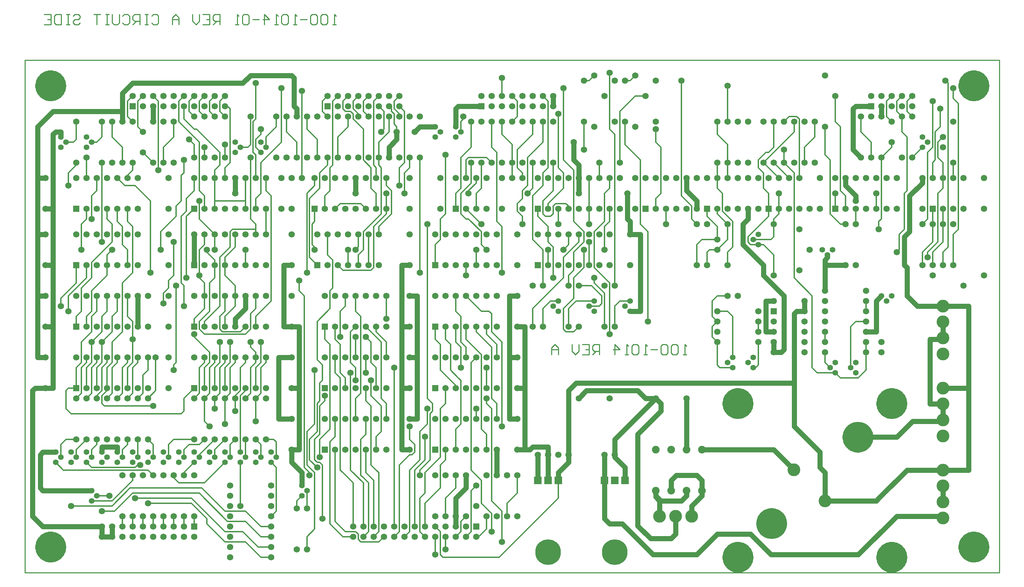
<source format=gbl>
*%FSLAX23Y23*%
*%MOIN*%
G01*
%AMTHD33*
7,0,0,0.170,0.160,0.010,45*
%
%ADD11C,0.006*%
%ADD12C,0.007*%
%ADD13C,0.008*%
%ADD14C,0.010*%
%ADD15C,0.012*%
%ADD16C,0.020*%
%ADD17C,0.032*%
%ADD18C,0.036*%
%ADD19C,0.042*%
%ADD20C,0.050*%
%ADD21C,0.052*%
%ADD22C,0.055*%
%ADD23C,0.056*%
%ADD24C,0.059*%
%ADD25C,0.062*%
%ADD26C,0.066*%
%ADD27C,0.070*%
%ADD28C,0.075*%
%ADD29C,0.079*%
%ADD30C,0.090*%
%ADD31C,0.120*%
%ADD32C,0.125*%
%ADD33C,0.129*%
%ADD34C,0.140*%
%ADD35C,0.160*%
%ADD36C,0.250*%
%ADD37C,0.250*%
%ADD38R,0.062X0.062*%
%ADD39R,0.066X0.066*%
%ADD40R,0.075X0.075*%
%ADD41R,0.079X0.079*%
%ADD42R,0.250X0.250*%
%ADD43THD33*%
D14*
X10920Y7532D02*
X10953D01*
X10936D02*
X10920D01*
X10936D02*
Y7632D01*
X10937D01*
X10936D02*
X10953Y7615D01*
X10870D02*
X10853Y7632D01*
X10820D01*
X10803Y7615D01*
Y7549D01*
X10820Y7532D01*
X10853D01*
X10870Y7549D01*
Y7615D01*
X10770D02*
X10753Y7632D01*
X10720D01*
X10703Y7615D01*
Y7549D01*
X10720Y7532D01*
X10753D01*
X10770Y7549D01*
Y7615D01*
X10670Y7582D02*
X10603D01*
X10570Y7532D02*
X10536D01*
X10553D01*
Y7632D01*
X10554D01*
X10553D02*
X10570Y7615D01*
X10486D02*
X10470Y7632D01*
X10436D01*
X10420Y7615D01*
Y7549D01*
X10436Y7532D01*
X10470D01*
X10486Y7549D01*
Y7615D01*
X10387Y7532D02*
X10353D01*
X10370D01*
Y7632D01*
X10371D01*
X10370D02*
X10387Y7615D01*
X10253Y7632D02*
Y7532D01*
X10303Y7582D02*
X10253Y7632D01*
X10237Y7582D02*
X10303D01*
X10103Y7532D02*
Y7632D01*
X10053D01*
X10037Y7615D01*
Y7582D01*
X10053Y7565D01*
X10103D01*
X10070D02*
X10037Y7532D01*
X10003Y7632D02*
X9937D01*
X10003D02*
Y7532D01*
X9937D01*
X9970Y7582D02*
X10003D01*
X9903Y7565D02*
Y7632D01*
Y7565D02*
X9870Y7532D01*
X9837Y7565D01*
Y7632D01*
X9703Y7599D02*
Y7532D01*
Y7599D02*
X9670Y7632D01*
X9637Y7599D01*
Y7532D01*
Y7582D01*
X9703D01*
X7538Y10752D02*
X7505D01*
X7521D01*
Y10852D01*
X7522D01*
X7521D02*
X7538Y10835D01*
X7455D02*
X7438Y10852D01*
X7405D01*
X7388Y10835D01*
Y10769D01*
X7405Y10752D01*
X7438D01*
X7455Y10769D01*
Y10835D01*
X7355D02*
X7338Y10852D01*
X7305D01*
X7288Y10835D01*
Y10769D01*
X7305Y10752D01*
X7338D01*
X7355Y10769D01*
Y10835D01*
X7255Y10802D02*
X7188D01*
X7155Y10752D02*
X7121D01*
X7138D01*
Y10852D01*
X7139D01*
X7138D02*
X7155Y10835D01*
X7071D02*
X7055Y10852D01*
X7022D01*
X7005Y10835D01*
Y10769D01*
X7022Y10752D01*
X7055D01*
X7071Y10769D01*
Y10835D01*
X6972Y10752D02*
X6938D01*
X6955D01*
Y10852D01*
X6956D01*
X6955D02*
X6972Y10835D01*
X6838Y10852D02*
Y10752D01*
X6888Y10802D02*
X6838Y10852D01*
X6822Y10802D02*
X6888D01*
X6788D02*
X6722D01*
X6688Y10835D02*
X6672Y10852D01*
X6638D01*
X6622Y10835D01*
Y10769D01*
X6638Y10752D01*
X6672D01*
X6688Y10769D01*
Y10835D01*
X6588Y10752D02*
X6555D01*
X6572D01*
Y10852D01*
X6573D01*
X6572D02*
X6588Y10835D01*
X6405Y10852D02*
Y10752D01*
Y10852D02*
X6355D01*
X6338Y10835D01*
Y10802D01*
X6355Y10785D01*
X6405D01*
X6372D02*
X6338Y10752D01*
X6305Y10852D02*
X6238D01*
X6305D02*
Y10752D01*
X6238D01*
X6272Y10802D02*
X6305D01*
X6205Y10785D02*
Y10852D01*
Y10785D02*
X6172Y10752D01*
X6138Y10785D01*
Y10852D01*
X6005Y10819D02*
Y10752D01*
Y10819D02*
X5972Y10852D01*
X5939Y10819D01*
Y10752D01*
Y10802D01*
X6005D01*
X5755Y10852D02*
X5739Y10835D01*
X5755Y10852D02*
X5789D01*
X5805Y10835D01*
Y10769D01*
X5789Y10752D01*
X5755D01*
X5739Y10769D01*
X5705Y10852D02*
X5672D01*
X5689D01*
Y10752D01*
X5705D01*
X5672D01*
X5622D02*
Y10852D01*
X5572D01*
X5555Y10835D01*
Y10802D01*
X5572Y10785D01*
X5622D01*
X5589D02*
X5555Y10752D01*
X5455Y10835D02*
X5472Y10852D01*
X5505D01*
X5522Y10835D01*
Y10769D01*
X5505Y10752D01*
X5472D01*
X5455Y10769D01*
X5422D02*
Y10852D01*
Y10769D02*
X5405Y10752D01*
X5372D01*
X5355Y10769D01*
Y10852D01*
X5322D02*
X5289D01*
X5305D01*
Y10752D01*
X5322D01*
X5289D01*
X5239Y10852D02*
X5172D01*
X5205D01*
Y10752D01*
X4989Y10852D02*
X4972Y10835D01*
X4989Y10852D02*
X5022D01*
X5039Y10835D01*
Y10819D01*
X5022Y10802D01*
X4989D01*
X4972Y10785D01*
Y10769D01*
X4989Y10752D01*
X5022D01*
X5039Y10769D01*
X4939Y10852D02*
X4906D01*
X4922D01*
Y10752D01*
X4939D01*
X4906D01*
X4856D02*
Y10852D01*
Y10752D02*
X4806D01*
X4789Y10769D01*
Y10835D01*
X4806Y10852D01*
X4856D01*
X4756D02*
X4689D01*
X4756D02*
Y10752D01*
X4689D01*
X4722Y10802D02*
X4756D01*
X4503Y5407D02*
X14003D01*
Y10407D02*
X4503D01*
X14003D02*
Y5407D01*
X4503D02*
Y10407D01*
D15*
X8828Y8857D02*
X8953Y8732D01*
X6403Y9507D02*
X6178Y9732D01*
X5578Y9182D02*
X5728Y9032D01*
X6203Y8857D02*
X6353Y8707D01*
X6203Y9607D02*
X6003Y9807D01*
X11703Y9407D02*
X11853Y9257D01*
X11953D02*
X11803Y9407D01*
X8953Y7957D02*
X8803Y8107D01*
X8553Y7382D02*
X8703Y7232D01*
X9053Y7607D02*
X8903Y7757D01*
X8803Y7682D02*
X8953Y7532D01*
X7478Y5882D02*
X7603Y5757D01*
X7803Y6282D02*
X7678Y6407D01*
X6803Y5857D02*
X6653Y6007D01*
X6453D02*
X6228Y6232D01*
X6653Y5907D02*
X6803Y5757D01*
X6478Y5907D02*
X6203Y6182D01*
X6628Y5807D02*
X6778Y5657D01*
X6453Y5807D02*
X6128Y6132D01*
X6653Y5707D02*
X6803Y5557D01*
X6453Y5707D02*
X6278Y5882D01*
Y5932D02*
X6128Y6082D01*
X10053Y8382D02*
X10203Y8232D01*
X8953Y8807D02*
X8803Y8957D01*
X7828Y7807D02*
X7978Y7657D01*
X6303Y7557D02*
X6153Y7707D01*
X10353Y9582D02*
X10503Y9432D01*
X12003Y8282D02*
X12178Y8107D01*
X5978Y8882D02*
X5828Y8732D01*
X9303Y9532D02*
X9453Y9682D01*
X9703Y6132D02*
X9128Y5557D01*
X9603Y9007D02*
X9753Y9157D01*
X5103Y8282D02*
X4928Y8107D01*
X4853Y8082D02*
X5003Y8232D01*
X9753Y8482D02*
X9903Y8632D01*
X9753Y8282D02*
X9453Y7982D01*
X11853Y9557D02*
X12003Y9707D01*
X11853Y9557D02*
X11703Y9407D01*
X8553Y6532D02*
X8403Y6382D01*
X8553Y6232D02*
X8403Y6082D01*
X5353Y8632D02*
X5153Y8432D01*
X5303Y8307D02*
X5153Y8157D01*
X6353Y6707D02*
X6203Y6557D01*
X5528Y6232D02*
X5353Y6057D01*
Y6107D02*
X5553Y6307D01*
Y6182D02*
X5378Y6007D01*
X6253Y6282D02*
X6453Y6482D01*
X6753Y7907D02*
X6903Y8057D01*
X6403Y8007D02*
X6253Y7857D01*
X6803Y9407D02*
X7003Y9607D01*
X7478Y7982D02*
X7353Y7857D01*
X7903Y8782D02*
X8028Y8907D01*
X9403Y9457D02*
X9553Y9607D01*
X11553Y8682D02*
X11753Y8882D01*
X10453Y10057D02*
X10303Y9907D01*
X9128Y5557D02*
X8578D01*
X6903D02*
X6803D01*
X8903Y5757D02*
X8928D01*
X7953Y5707D02*
X7778D01*
X7703Y5757D02*
X7603D01*
X6903D02*
X6803D01*
X6778Y5657D02*
X6903D01*
X6653Y5707D02*
X6453D01*
X4853Y8007D02*
Y8082D01*
Y6657D02*
Y6532D01*
X4803Y6482D02*
X4878Y6407D01*
X4853Y6657D02*
X4903Y6707D01*
X7628Y5807D02*
X7728D01*
X6903Y5857D02*
X6803D01*
X6653Y5907D02*
X6478D01*
X6453Y5807D02*
X6628D01*
X5003Y9382D02*
Y9407D01*
X4928Y9307D02*
Y9182D01*
Y8107D02*
Y7957D01*
X5003Y8232D02*
Y8407D01*
Y9632D02*
Y9807D01*
X5053Y8807D02*
Y8557D01*
Y8182D02*
Y7957D01*
X5003Y7907D02*
Y7807D01*
Y7407D02*
Y7207D01*
Y6607D02*
Y6532D01*
X5053Y7457D02*
Y7657D01*
Y7407D02*
Y7157D01*
X4903Y7132D02*
Y7007D01*
Y7132D02*
Y7182D01*
Y7007D02*
X4953Y6957D01*
X4928Y9307D02*
X5003Y9382D01*
X4978Y9607D02*
X5003Y9632D01*
X5103Y8857D02*
X5053Y8807D01*
X5153Y8282D02*
X5053Y8182D01*
Y7957D02*
X5003Y7907D01*
X5103Y7457D02*
X5053Y7407D01*
X5003D02*
X5053Y7457D01*
X5103Y6707D02*
X5003Y6607D01*
X5053Y7657D02*
X5153Y7757D01*
X5053Y7157D02*
X5003Y7107D01*
X4903Y7182D02*
X4928Y7207D01*
X6453Y6007D02*
X6653D01*
X5353Y6107D02*
X5153D01*
X4953Y6057D02*
X5353D01*
X5378Y6007D02*
X5253D01*
X5578Y6132D02*
X6128D01*
Y6082D02*
X5703D01*
X5328Y6157D02*
X5203D01*
Y7457D02*
Y7507D01*
X5103Y7407D02*
Y7207D01*
X5203D02*
Y7407D01*
X5253Y7457D02*
Y7657D01*
X5153D02*
Y7457D01*
X5103Y8282D02*
Y8407D01*
Y9257D02*
Y9457D01*
X5203Y9257D02*
Y9132D01*
X5253Y9657D02*
Y9807D01*
X5153Y7407D02*
Y7357D01*
X5103Y8857D02*
Y8957D01*
X5153Y8432D02*
Y8282D01*
Y8157D02*
Y7957D01*
X5103Y7907D02*
Y7807D01*
X5153Y7407D02*
Y7157D01*
X5103Y7457D02*
Y7507D01*
X5203Y7957D02*
Y8107D01*
Y6707D02*
Y6657D01*
X5153Y6607D02*
Y6532D01*
Y8857D02*
Y9082D01*
X5253Y9407D02*
Y8632D01*
X5203Y7132D02*
Y7107D01*
X5253Y7182D02*
Y7407D01*
Y7132D02*
Y7057D01*
Y7757D02*
Y7907D01*
X5153D02*
Y7757D01*
X5203Y7457D02*
X5153Y7407D01*
X5103D02*
X5153Y7457D01*
X5203Y7407D02*
X5253Y7457D01*
X5103Y6482D02*
X5153Y6432D01*
X5278Y7032D02*
X5253Y7057D01*
X5153Y9082D02*
X5203Y9132D01*
Y9607D02*
X5253Y9657D01*
X5153Y7957D02*
X5103Y7907D01*
X5303Y7457D02*
X5253Y7407D01*
X5153Y7157D02*
X5103Y7107D01*
X5153Y7907D02*
X5203Y7957D01*
X5253Y7907D02*
X5303Y7957D01*
X5203Y6657D02*
X5153Y6607D01*
X5253Y7132D02*
X5303Y7182D01*
X5253D02*
X5203Y7132D01*
X5253Y7657D02*
X5353Y7757D01*
X5253D02*
X5153Y7657D01*
X5528Y6232D02*
X6228D01*
X6203Y6182D02*
X5553D01*
X6003Y6282D02*
X6253D01*
X5453Y9407D02*
Y9557D01*
X5353Y9657D02*
Y9807D01*
X5403Y8957D02*
Y8832D01*
X5453Y8782D02*
Y8607D01*
X5303Y8507D02*
Y8407D01*
Y8857D02*
Y8957D01*
X5353Y8807D02*
Y8632D01*
X5303Y8407D02*
Y8307D01*
X5453Y5957D02*
Y5857D01*
Y7157D02*
Y7407D01*
X5353D02*
Y7157D01*
X5403Y7457D02*
Y7507D01*
X5303D02*
Y7457D01*
Y7957D02*
Y8107D01*
X5403D02*
Y7957D01*
X5303Y7407D02*
Y7207D01*
X5453Y7907D02*
Y8232D01*
Y6607D02*
Y6532D01*
X5303Y7182D02*
Y7207D01*
X5353Y7757D02*
Y7907D01*
Y7657D02*
Y7457D01*
X5453Y7757D02*
Y7907D01*
X5478Y9182D02*
X5403Y9257D01*
X5453Y9557D02*
X5353Y9657D01*
X5403Y8832D02*
X5453Y8782D01*
Y8607D02*
X5503Y8557D01*
X5353Y8807D02*
X5303Y8857D01*
X5353Y8557D02*
X5303Y8507D01*
X5503Y7457D02*
X5453Y7407D01*
Y7157D02*
X5403Y7107D01*
X5353Y7157D02*
X5303Y7107D01*
X5353Y7407D02*
X5403Y7457D01*
X5353Y7907D02*
X5403Y7957D01*
X5353Y7457D02*
X5303Y7407D01*
X5453Y8232D02*
X5553Y8332D01*
X5503Y6657D02*
X5453Y6607D01*
X5353Y7657D02*
X5453Y7757D01*
X8253Y6557D02*
X8278D01*
X5703Y6407D02*
X4878D01*
X5603Y6457D02*
X5628D01*
X5578Y6432D02*
X5153D01*
X7353Y6482D02*
X7378D01*
X5503Y7207D02*
Y7407D01*
Y9257D02*
Y9282D01*
X5553Y9332D02*
Y9407D01*
X5603Y9757D02*
Y10007D01*
X5503Y9882D02*
Y9857D01*
Y9882D02*
Y10007D01*
Y8557D02*
Y8407D01*
X5553Y5957D02*
Y5857D01*
X5653D02*
Y5957D01*
Y7157D02*
Y7332D01*
X5603Y7457D02*
Y7507D01*
X5553Y7407D02*
Y7157D01*
X5503Y7457D02*
Y7507D01*
X5553Y8332D02*
Y8782D01*
X5503Y8832D02*
Y8957D01*
X5553Y7857D02*
Y7457D01*
X5503Y7907D02*
Y8107D01*
Y6707D02*
Y6657D01*
X5603Y6707D02*
Y6532D01*
X5553Y6357D02*
Y6307D01*
Y7457D02*
Y7682D01*
Y7457D02*
X5503Y7407D01*
X5753Y9407D02*
X5653Y9507D01*
Y9707D02*
X5603Y9757D01*
X5553Y9807D02*
X5503Y9857D01*
Y8832D02*
X5553Y8782D01*
X5503Y7907D02*
X5553Y7857D01*
X5503Y9282D02*
X5553Y9332D01*
X5603Y10007D02*
X5653Y10057D01*
X5553D02*
X5503Y10007D01*
X5703Y7382D02*
X5653Y7332D01*
Y7157D02*
X5603Y7107D01*
X5553Y7407D02*
X5603Y7457D01*
X5553Y7157D02*
X5503Y7107D01*
X5603Y6457D02*
X5578Y6432D01*
X6853Y6707D02*
X6928D01*
X5003D02*
X4903D01*
X5953D02*
X6153D01*
X6103Y6657D02*
X6203D01*
X5828Y8557D02*
Y8732D01*
X5728Y9032D02*
Y8332D01*
X5778Y7507D02*
Y7182D01*
X5753Y5957D02*
Y5857D01*
X5703Y7382D02*
Y7507D01*
X5753Y6657D02*
Y6532D01*
X5803Y9332D02*
Y10007D01*
X5703Y6707D02*
X5753Y6657D01*
X5703Y6407D02*
X5753Y6357D01*
X5803Y10007D02*
X5753Y10057D01*
X5778Y7182D02*
X5703Y7107D01*
X5978Y8882D02*
Y8982D01*
X6028Y9032D02*
Y9282D01*
X5978Y8207D02*
Y7457D01*
X5953Y7432D02*
Y7382D01*
X6003Y9807D02*
Y10007D01*
X5853Y9557D02*
Y9407D01*
X5953Y9657D02*
Y9807D01*
X5853Y5957D02*
Y5857D01*
X5953D02*
Y5957D01*
X5903Y6532D02*
Y6657D01*
X5953Y6357D02*
Y6332D01*
X6028Y8232D02*
Y8882D01*
X5953Y8632D02*
Y8307D01*
X5903Y8257D02*
Y8182D01*
X5853Y8132D02*
Y8032D01*
X5953Y6332D02*
X6003Y6282D01*
X6053Y8207D02*
X6028Y8232D01*
Y9282D02*
X6053Y9307D01*
X6028Y9032D02*
X5978Y8982D01*
Y7457D02*
X5953Y7432D01*
X6003Y10007D02*
X6053Y10057D01*
X5953Y9657D02*
X5853Y9557D01*
X5953Y6707D02*
X5903Y6657D01*
X6028Y8882D02*
X6078Y8932D01*
X5953Y8307D02*
X5903Y8257D01*
Y8182D02*
X5853Y8132D01*
X6053Y6982D02*
X6028Y6957D01*
X5753Y7032D02*
X5278D01*
X4953Y6957D02*
X6028D01*
X6203Y8307D02*
Y8557D01*
X6053Y5957D02*
Y5857D01*
Y6357D02*
Y6382D01*
Y9307D02*
Y9432D01*
X6078Y8882D02*
Y8282D01*
X6203Y8857D02*
Y9032D01*
X6053Y9832D02*
Y9957D01*
X6203Y9607D02*
Y9132D01*
X6153Y5957D02*
Y5857D01*
X6053Y6532D02*
Y6607D01*
X6203Y6557D02*
Y6532D01*
Y7157D02*
Y7407D01*
X6153Y7807D02*
Y7882D01*
X6078Y8932D02*
Y9057D01*
X6153Y9132D02*
Y9257D01*
X6203Y7857D02*
Y7782D01*
Y8282D02*
Y8307D01*
Y9907D02*
Y10007D01*
X6103D02*
Y9907D01*
X6153Y9582D02*
Y9457D01*
X6053Y8207D02*
Y8007D01*
Y7107D02*
Y6982D01*
X6153Y7707D02*
Y7732D01*
X6203Y8557D02*
X6253Y8607D01*
X6153Y9732D02*
X6053Y9832D01*
X6203Y9132D02*
X6253Y9082D01*
X6203Y7782D02*
X6253Y7732D01*
Y8232D02*
X6203Y8282D01*
X6253Y9857D02*
X6203Y9907D01*
X6153Y9857D02*
X6103Y9907D01*
Y9632D02*
X6153Y9582D01*
Y6482D02*
X6053Y6382D01*
X6078Y8882D02*
X6153Y8957D01*
X6203Y10007D02*
X6253Y10057D01*
X6153D02*
X6103Y10007D01*
X6253Y6707D02*
X6203Y6657D01*
X6103D02*
X6053Y6607D01*
X6153Y7107D02*
X6203Y7157D01*
Y7407D02*
X6253Y7457D01*
X6153Y7882D02*
X6253Y7982D01*
X6078Y9057D02*
X6153Y9132D01*
X6303Y7957D02*
X6203Y7857D01*
X6153Y7207D02*
X6053Y7107D01*
X12453Y7307D02*
X12628D01*
X5003Y7207D02*
X4928D01*
X6253Y8607D02*
Y8707D01*
X6278Y8557D02*
Y8532D01*
X6353Y8457D02*
Y8407D01*
X6403Y9382D02*
Y9507D01*
X6353Y9032D02*
Y8957D01*
Y9257D02*
Y9332D01*
Y9257D02*
Y8957D01*
X6253D02*
Y9082D01*
X6353Y7107D02*
Y7007D01*
X6253Y7107D02*
Y6882D01*
X6353Y6607D02*
Y6532D01*
X6278Y5932D02*
Y5882D01*
X6253Y7457D02*
Y7507D01*
X6303Y7407D02*
Y7157D01*
X6353Y7457D02*
Y7507D01*
X6403Y7407D02*
Y7157D01*
X6253Y7982D02*
Y8107D01*
X6403Y7907D02*
Y7782D01*
X6303Y7957D02*
Y8232D01*
X6353Y8282D02*
Y8407D01*
X6253Y8232D02*
Y8107D01*
Y7857D02*
Y7807D01*
X6403Y8007D02*
Y8482D01*
X6353Y8557D02*
Y8707D01*
X6403Y9907D02*
Y10007D01*
X6303D02*
Y9907D01*
X6253Y9557D02*
Y9457D01*
X6353Y7407D02*
Y7207D01*
X6403Y7457D02*
Y7657D01*
X6253Y7407D02*
Y7207D01*
X6303Y7457D02*
Y7557D01*
X6353Y8457D02*
X6278Y8532D01*
X6253Y6882D02*
X6303Y6832D01*
X6428Y7757D02*
X6403Y7782D01*
X6453Y9857D02*
X6403Y9907D01*
X6353Y9857D02*
X6303Y9907D01*
X6403Y9382D02*
X6353Y9332D01*
X6403Y10007D02*
X6453Y10057D01*
X6353D02*
X6303Y10007D01*
X6453Y6707D02*
X6353Y6607D01*
X6253Y7107D02*
X6303Y7157D01*
Y7407D02*
X6353Y7457D01*
X6403Y7407D02*
X6453Y7457D01*
X6403Y7157D02*
X6353Y7107D01*
X6403Y7907D02*
X6453Y7957D01*
X6303Y8232D02*
X6353Y8282D01*
X6403Y8482D02*
X6503Y8582D01*
X6403Y7457D02*
X6353Y7407D01*
X6303Y7457D02*
X6253Y7407D01*
X12228Y7357D02*
X12403D01*
X11403Y7407D02*
X11278D01*
X11603D02*
X11628D01*
X6503Y9407D02*
Y9932D01*
X6453Y9357D02*
Y9257D01*
X6553Y8707D02*
Y8582D01*
X6453Y8482D02*
Y8407D01*
X6553Y7107D02*
Y6982D01*
X6453Y6857D02*
Y7107D01*
X6503Y6657D02*
Y6532D01*
X6603Y6482D02*
Y6057D01*
X6453Y7457D02*
Y7507D01*
X6553D02*
Y7457D01*
X6503Y7407D02*
Y7157D01*
X6453Y7807D02*
Y7907D01*
X6553Y8007D02*
Y8107D01*
Y8207D01*
X6453Y8307D02*
Y8407D01*
Y8107D02*
Y7957D01*
X6503Y8582D02*
Y8732D01*
X6453Y9457D02*
Y9582D01*
Y7407D02*
Y7207D01*
X6503Y7457D02*
Y7657D01*
X6553Y7132D02*
Y7107D01*
X6603Y7182D02*
Y7407D01*
Y7132D02*
Y6582D01*
X6503Y9932D02*
X6478Y9957D01*
X6453Y8307D02*
X6553Y8207D01*
X6453Y9357D02*
X6503Y9407D01*
X6553Y8582D02*
X6453Y8482D01*
X6553Y6707D02*
X6503Y6657D01*
Y7407D02*
X6553Y7457D01*
X6503Y7157D02*
X6453Y7107D01*
X6603Y7407D02*
X6653Y7457D01*
X6453Y7907D02*
X6553Y8007D01*
X6653Y7807D02*
X6603Y7757D01*
X6503Y8732D02*
X6528Y8757D01*
X6503Y7457D02*
X6453Y7407D01*
X6603Y7182D02*
X6553Y7132D01*
X6603D02*
X6653Y7182D01*
Y7732D02*
X6253D01*
X6653Y8957D02*
Y9032D01*
X6753Y9057D02*
Y8957D01*
X6703Y8857D02*
Y9457D01*
X6753Y8807D02*
Y8707D01*
X6653Y8557D02*
Y8407D01*
Y8957D02*
Y9257D01*
X6703Y9582D02*
Y9857D01*
X6753Y7557D02*
Y7507D01*
X6703Y7607D02*
Y7657D01*
X6753Y7407D02*
Y7207D01*
X6803Y7457D02*
Y7657D01*
X6753Y7107D02*
Y6882D01*
X6653Y6707D02*
Y6532D01*
X6803D02*
Y6657D01*
X6653Y7457D02*
Y7507D01*
X6753D02*
Y7457D01*
X6703Y7407D02*
Y7182D01*
Y7157D01*
X6803D02*
Y7407D01*
X6753Y7807D02*
Y7907D01*
Y8057D02*
Y8107D01*
Y8057D02*
Y7982D01*
X6703Y7932D02*
Y7782D01*
X6753Y8707D02*
Y8757D01*
X6803Y9107D02*
Y9407D01*
Y9682D02*
Y9732D01*
X6753Y9482D02*
Y9257D01*
X6728Y9507D02*
Y9807D01*
X6753Y9832D02*
Y10182D01*
Y9632D02*
Y9557D01*
X6653Y7207D02*
Y7182D01*
X6753Y8807D02*
X6703Y8857D01*
Y7607D02*
X6753Y7557D01*
Y6707D02*
X6803Y6657D01*
X6753Y9482D02*
X6728Y9507D01*
X6753Y9557D02*
X6803Y9507D01*
Y9107D02*
X6753Y9057D01*
X6678Y9557D02*
X6703Y9582D01*
X6803Y7457D02*
X6753Y7407D01*
X6703D02*
X6753Y7457D01*
X6703Y7157D02*
X6653Y7107D01*
X6753D02*
X6803Y7157D01*
Y7407D02*
X6853Y7457D01*
X6703Y7932D02*
X6753Y7982D01*
X6703Y7782D02*
X6678Y7757D01*
X6653Y7732D01*
X6728Y9807D02*
X6753Y9832D01*
X6803Y9682D02*
X6753Y9632D01*
X9778Y7757D02*
X9853D01*
X12603Y7857D02*
X12703D01*
X6603Y7757D02*
X6428D01*
X6853Y8707D02*
Y8957D01*
Y9557D02*
Y9657D01*
X6953Y9757D02*
Y9857D01*
Y6682D02*
Y6532D01*
Y6432D02*
Y6007D01*
X6853Y7457D02*
Y7507D01*
X6903Y8057D02*
Y9082D01*
X6853Y9132D02*
Y9257D01*
X7003Y9607D02*
Y10132D01*
X6928Y6707D02*
X6953Y6682D01*
X6903Y6482D02*
X6953Y6432D01*
X6903Y9082D02*
X6853Y9132D01*
Y9657D02*
X6953Y9757D01*
Y6007D02*
X6903Y5957D01*
X10003Y8007D02*
X10103D01*
X10053Y8057D02*
X9878D01*
X9703D02*
X9628D01*
X10303D02*
X10403D01*
X11253Y8107D02*
X11353D01*
Y7957D02*
X11253D01*
X9028D02*
X8953D01*
X7153Y9457D02*
Y9607D01*
X7053Y9707D02*
Y9857D01*
X7153Y6107D02*
Y6032D01*
X7178Y8157D02*
Y8257D01*
X7203Y9257D02*
Y10107D01*
X7053Y9707D02*
X7153Y9607D01*
X7178Y8157D02*
X7228Y8107D01*
X7203Y6157D02*
X7153Y6107D01*
X9903Y8207D02*
X10028D01*
X7253Y5757D02*
Y5632D01*
X7353Y9457D02*
Y9632D01*
X7253Y9732D02*
Y9857D01*
X7403Y9907D02*
Y10007D01*
X7253Y6207D02*
Y6032D01*
X7378Y6757D02*
Y7032D01*
Y6707D02*
Y6532D01*
X7328Y9182D02*
Y9257D01*
X7253Y9107D02*
Y8332D01*
X7278Y8482D02*
Y9057D01*
X7378Y9157D02*
Y9307D01*
X7328Y8957D02*
Y8832D01*
X7303Y8807D02*
Y8607D01*
X7328Y8582D02*
Y8557D01*
X7353Y7857D02*
Y7532D01*
Y7482D01*
X7403Y7432D02*
Y7282D01*
X7378Y7257D02*
Y7082D01*
X7328Y6857D02*
Y7382D01*
Y6382D02*
Y5832D01*
X7278Y6357D02*
Y6382D01*
X7228Y6432D02*
Y8107D01*
X7253Y6782D02*
Y6457D01*
X7278Y6507D02*
Y6707D01*
X7353Y6782D02*
Y7057D01*
X7403Y6457D02*
Y5932D01*
X7328Y6507D02*
Y6707D01*
X7353Y9632D02*
X7253Y9732D01*
X7403Y9907D02*
X7453Y9857D01*
X7278Y8482D02*
X7353Y8407D01*
X7328Y8582D02*
X7303Y8607D01*
X7353Y7482D02*
X7403Y7432D01*
X7228Y6432D02*
X7278Y6382D01*
X7328D02*
X7253Y6457D01*
X7278Y6507D02*
X7353Y6432D01*
Y6482D02*
X7328Y6507D01*
X7378Y6482D02*
X7403Y6457D01*
X7328Y5832D02*
X7253Y5757D01*
X7403Y10007D02*
X7453Y10057D01*
X7428Y7082D02*
X7378Y7032D01*
Y6757D02*
X7328Y6707D01*
X7378D02*
X7453Y6782D01*
X7253Y9107D02*
X7328Y9182D01*
X7378Y9157D02*
X7278Y9057D01*
X7378Y9307D02*
X7453Y9382D01*
X7328Y8832D02*
X7303Y8807D01*
X7403Y7282D02*
X7378Y7257D01*
Y7082D02*
X7353Y7057D01*
X7328Y6857D02*
X7253Y6782D01*
X7278Y6707D02*
X7353Y6782D01*
X7603Y8357D02*
X7878D01*
X7503Y9382D02*
Y10007D01*
X7478Y9357D02*
Y9132D01*
X7428Y9082D02*
Y8957D01*
X7603Y9932D02*
Y10007D01*
X7553Y9657D02*
Y9457D01*
X7528Y6607D02*
Y5907D01*
X7478Y5882D02*
Y6682D01*
X7428Y7082D02*
Y7132D01*
X7478Y6807D02*
Y7632D01*
X7428Y7682D02*
Y7807D01*
X7578Y7632D02*
Y7357D01*
X7528Y7682D02*
Y7807D01*
Y7507D02*
Y7357D01*
X7578Y7307D02*
Y6407D01*
X7528Y6732D02*
Y6907D01*
X7453Y9382D02*
Y9457D01*
Y8707D02*
Y8507D01*
X7503Y8457D02*
Y8182D01*
X7478Y8157D02*
Y7982D01*
X7578Y7957D02*
Y7707D01*
X7628Y9907D02*
X7603Y9932D01*
X7528Y5907D02*
X7628Y5807D01*
X7478Y7632D02*
X7428Y7682D01*
X7578Y7357D02*
X7628Y7307D01*
X7578Y7632D02*
X7528Y7682D01*
Y7357D02*
X7578Y7307D01*
Y6407D02*
X7603Y6382D01*
X7703Y6282D01*
X7503Y8457D02*
X7453Y8507D01*
X7553Y8407D02*
X7603Y8357D01*
X7503Y10007D02*
X7553Y10057D01*
X7503Y9382D02*
X7478Y9357D01*
Y9132D02*
X7428Y9082D01*
X7603Y10007D02*
X7653Y10057D01*
Y9757D02*
X7553Y9657D01*
X7478Y6807D02*
X7453Y6782D01*
X7528Y6732D02*
X7478Y6682D01*
X7528Y8957D02*
X7578Y9007D01*
X7503Y8182D02*
X7478Y8157D01*
X7628Y8007D02*
X7578Y7957D01*
X11178Y8557D02*
X11253D01*
Y8657D02*
X11103D01*
X11653Y8607D02*
X11703D01*
X11653D02*
X11578D01*
X11603Y8657D02*
X11778D01*
X7703Y9932D02*
Y10007D01*
X7753Y9882D02*
Y9857D01*
X7703Y9832D02*
Y9882D01*
X7803Y9732D02*
Y9432D01*
X7653Y9757D02*
Y9857D01*
X7803Y9907D02*
Y10007D01*
X7753Y5782D02*
Y5732D01*
X7728Y7282D02*
Y7407D01*
X7628Y7307D02*
Y7207D01*
X7728Y7957D02*
Y8107D01*
X7778Y7907D02*
Y7157D01*
X7728Y7107D02*
Y6907D01*
X7678Y7357D02*
Y6407D01*
X7803Y6282D02*
Y5857D01*
X7778Y6357D02*
Y6707D01*
X7703Y6282D02*
Y5857D01*
X7753Y8407D02*
Y8507D01*
X7803Y8557D02*
Y8732D01*
X7653Y8557D02*
Y8407D01*
X7753Y8582D02*
Y8707D01*
X7728Y7707D02*
Y7507D01*
X7628Y8007D02*
Y8107D01*
X7678Y7757D02*
Y7457D01*
X7753Y9882D02*
X7703Y9932D01*
X7678Y9907D02*
X7703Y9882D01*
Y9832D02*
X7803Y9732D01*
Y9432D02*
X7878Y9357D01*
X7853Y9857D02*
X7803Y9907D01*
X7728Y5807D02*
X7753Y5782D01*
Y5732D02*
X7778Y5707D01*
X7728Y7407D02*
X7678Y7457D01*
X7778Y7907D02*
X7728Y7957D01*
X7778Y6357D02*
X7803Y6332D01*
X7853Y6282D01*
X7828Y8957D02*
X7778Y9007D01*
X7803Y10007D02*
X7853Y10057D01*
X7753D02*
X7703Y10007D01*
X7778Y7157D02*
X7728Y7107D01*
X7828Y6757D02*
X7778Y6707D01*
X7853Y5807D02*
X7803Y5757D01*
X7753Y8507D02*
X7803Y8557D01*
Y8732D02*
X7878Y8807D01*
X7753Y8582D02*
X7728Y8557D01*
Y7807D02*
X7678Y7757D01*
X9578Y8882D02*
X9628D01*
X8828Y8857D02*
X8803D01*
X12453Y8807D02*
X12503D01*
X6753Y8757D02*
X6528D01*
X8003Y9732D02*
Y9907D01*
X7878Y9357D02*
Y9157D01*
X7928Y9107D02*
Y8957D01*
X7953Y9457D02*
Y9607D01*
X7928Y9357D02*
Y9257D01*
X7903Y9382D02*
Y10007D01*
X7828Y6607D02*
Y6382D01*
X7903Y6307D02*
Y5857D01*
X7953Y5807D02*
Y6382D01*
X7878Y6457D02*
Y7032D01*
X7828Y7082D02*
Y7207D01*
X7878Y7132D02*
Y7282D01*
X7978Y7032D02*
Y6782D01*
X7928Y6732D02*
Y6607D01*
X7828Y7357D02*
Y7507D01*
Y6907D02*
Y6757D01*
X7853Y6282D02*
Y5807D01*
X7953Y8707D02*
Y8782D01*
X7853Y8707D02*
Y8407D01*
X7978Y8907D02*
Y9357D01*
X7953Y9382D02*
Y9457D01*
X7903Y8782D02*
Y8382D01*
X7928Y7407D02*
Y7207D01*
X7878Y7457D02*
Y7657D01*
X7928Y7757D02*
Y7807D01*
X7978Y7657D02*
Y7107D01*
X8003Y9907D02*
X7953Y9957D01*
X7878Y9157D02*
X7928Y9107D01*
Y9357D02*
X7903Y9382D01*
X7828Y6382D02*
X7903Y6307D01*
X7953Y6382D02*
X7928Y6407D01*
X7878Y6457D01*
Y7032D02*
X7828Y7082D01*
X7878Y7132D02*
X7978Y7032D01*
X8028Y7057D02*
X7978Y7107D01*
Y9357D02*
X7953Y9382D01*
X7878Y7457D02*
X7928Y7407D01*
X7878Y7657D02*
X7828Y7707D01*
X7928Y7757D02*
X8028Y7657D01*
X7978Y9707D02*
X8003Y9732D01*
X8053Y9707D02*
X7953Y9607D01*
X7903Y10007D02*
X7953Y10057D01*
X8003Y5757D02*
X7953Y5707D01*
X7903Y5757D02*
X7953Y5807D01*
X7928Y6732D02*
X7978Y6782D01*
X7953Y8782D02*
X8053Y8882D01*
X7978Y8907D02*
X7878Y8807D01*
X7903Y8382D02*
X7878Y8357D01*
X9678Y9007D02*
X9778D01*
X6653Y9032D02*
X6353D01*
X7578Y9007D02*
X7778D01*
X8103Y9932D02*
Y10007D01*
X8153Y9882D02*
Y9857D01*
X8128Y9757D02*
Y9707D01*
X8103Y9782D02*
Y9882D01*
X8078Y9907D02*
Y9932D01*
X8153Y9357D02*
Y9182D01*
X8028Y8107D02*
Y7882D01*
X8053Y9707D02*
Y9857D01*
X8153Y6457D02*
Y5807D01*
X8103Y5857D02*
Y7407D01*
X8028Y7057D02*
Y6907D01*
X8078Y8907D02*
Y9132D01*
X8028Y9182D02*
Y9257D01*
Y8957D02*
Y8907D01*
Y8957D02*
Y9107D01*
Y7657D02*
Y7507D01*
X8153Y9882D02*
X8103Y9932D01*
Y9782D02*
X8128Y9757D01*
X8103Y9882D02*
X8078Y9907D01*
Y9932D02*
X8053Y9957D01*
X8153D02*
X8203Y9907D01*
X8028Y9182D02*
X8078Y9132D01*
X8153Y9357D02*
X8203Y9407D01*
X8103Y10007D02*
X8153Y10057D01*
X8253Y6557D02*
X8153Y6457D01*
Y5807D02*
X8103Y5757D01*
X8053Y8882D02*
X8078Y8907D01*
X5578Y9182D02*
X5478D01*
X8203Y9407D02*
Y9907D01*
X8353Y6407D02*
Y6357D01*
X8303Y6407D02*
Y5857D01*
X8353Y6507D02*
Y6782D01*
X8253Y6407D02*
Y5807D01*
X8353D02*
Y6132D01*
X8253Y6707D02*
Y6832D01*
X8303Y6657D02*
Y6582D01*
X8203Y9107D02*
Y9307D01*
X8253Y9357D02*
Y9457D01*
X8353D02*
Y8332D01*
Y5807D02*
X8403Y5757D01*
X8303Y6657D02*
X8253Y6707D01*
X8453Y6507D02*
X8353Y6407D01*
X8303D02*
X8403Y6507D01*
X8353Y6782D02*
X8428Y6857D01*
X8353Y6507D02*
X8253Y6407D01*
Y5807D02*
X8203Y5757D01*
X8353Y6132D02*
X8403Y6182D01*
X8278Y6557D02*
X8303Y6582D01*
X8203Y9307D02*
X8253Y9357D01*
X8828Y9457D02*
X9003D01*
X8553Y5807D02*
Y5582D01*
X8428Y7107D02*
Y8807D01*
X8453Y6957D02*
Y6507D01*
X8478Y6982D02*
Y7057D01*
X8503Y5757D02*
Y5582D01*
X8403Y6507D02*
Y6732D01*
X8428Y6857D02*
Y7007D01*
X8403Y6382D02*
Y6182D01*
X8553Y6532D02*
Y7007D01*
X8403Y6082D02*
Y5857D01*
X8553Y6232D02*
Y6457D01*
Y7382D02*
Y7632D01*
X8503Y7682D02*
Y7807D01*
Y8407D02*
Y8607D01*
X8553Y8657D02*
Y8857D01*
Y5582D02*
X8578Y5557D01*
X8553Y5807D02*
X8503Y5857D01*
X8478Y7057D02*
X8428Y7107D01*
X8553Y7632D02*
X8503Y7682D01*
X8478Y6982D02*
X8453Y6957D01*
X8553Y7007D02*
X8603Y7057D01*
Y6507D02*
X8553Y6457D01*
X8503Y8607D02*
X8553Y8657D01*
Y8857D02*
X8603Y8907D01*
X6678Y9557D02*
X6603D01*
X11728Y9507D02*
X11753D01*
X4978Y9607D02*
X4903D01*
X5153D02*
X5203D01*
X8753Y9457D02*
Y9157D01*
X8703Y9107D02*
Y8957D01*
X8753Y5907D02*
Y5807D01*
X8603Y5757D02*
Y5632D01*
Y5957D02*
Y6132D01*
X8703Y6232D02*
Y6357D01*
X8603Y7057D02*
Y7207D01*
Y6607D02*
Y6507D01*
X8703Y7657D02*
Y7807D01*
X8753Y7607D02*
Y7407D01*
X8703Y6807D02*
Y6607D01*
X8753Y6857D02*
Y7282D01*
X8653Y7382D02*
Y7632D01*
X8603Y7682D02*
Y7807D01*
X8703Y7232D02*
Y7207D01*
X8753Y7657D02*
Y7907D01*
X8703Y7957D02*
Y8107D01*
X8753Y8907D02*
Y9107D01*
X8603Y8907D02*
Y9482D01*
X8753Y9707D02*
Y9807D01*
X8778Y9832D02*
Y9857D01*
X8703Y7657D02*
X8753Y7607D01*
X8728Y7307D02*
X8753Y7282D01*
X8728Y7307D02*
X8653Y7382D01*
Y7632D02*
X8603Y7682D01*
X8753Y7657D02*
X8803Y7607D01*
X8753Y7907D02*
X8703Y7957D01*
X8803Y8857D02*
X8753Y8907D01*
Y9457D02*
X8853Y9557D01*
X8753Y9157D02*
X8703Y9107D01*
X8753Y5807D02*
X8703Y5757D01*
X8753Y5907D02*
X8803Y5957D01*
X8603Y6132D02*
X8703Y6232D01*
Y6807D02*
X8753Y6857D01*
Y9107D02*
X8853Y9207D01*
X8753Y9807D02*
X8778Y9832D01*
X6178Y9732D02*
X6153D01*
X11953Y9857D02*
X12028D01*
X8953Y8732D02*
Y8607D01*
X8803Y8407D02*
Y8307D01*
X8853Y9557D02*
Y9807D01*
X8828Y9132D02*
Y9107D01*
X8903Y9207D02*
Y9257D01*
X8803D02*
Y9432D01*
X8903Y9107D02*
Y8957D01*
X8953Y9157D02*
Y9407D01*
X8853Y6207D02*
Y5807D01*
X8903Y6907D02*
Y7007D01*
X8953Y6307D02*
Y6082D01*
X8853Y6407D02*
Y7457D01*
X8803Y7507D02*
Y7607D01*
X8903Y7757D02*
Y7807D01*
X8803D02*
Y7682D01*
X8953Y7532D02*
Y6807D01*
X8903Y8407D02*
Y8557D01*
X8853Y9207D02*
Y9407D01*
X8953Y6082D02*
X9053Y5982D01*
X8953Y6307D02*
X8853Y6407D01*
X9003Y6757D02*
X8953Y6807D01*
X9003Y8557D02*
X8953Y8607D01*
X8828Y9132D02*
X8903Y9207D01*
X8803Y9432D02*
X8828Y9457D01*
X8953Y9157D02*
X8903Y9107D01*
X9003Y5832D02*
X8928Y5757D01*
X8853Y5807D02*
X8803Y5757D01*
X8853Y6207D02*
X8903Y6257D01*
X8853Y7457D02*
X8903Y7507D01*
X6478Y9957D02*
X6453D01*
X7628Y9907D02*
X7678D01*
X10453Y10057D02*
X10553D01*
X9153Y9807D02*
Y9682D01*
X9003Y5957D02*
Y5832D01*
X9153Y5707D02*
Y6007D01*
X9053Y6107D02*
Y7007D01*
X9003Y7057D02*
Y7107D01*
X9053Y5982D02*
Y5807D01*
X9153Y6832D02*
Y7657D01*
X9053Y7757D02*
Y7782D01*
Y7932D01*
X9003Y7407D02*
Y7207D01*
X9053Y7107D02*
Y7607D01*
X9103Y7057D02*
Y6907D01*
X9003Y7732D02*
Y7807D01*
X9103Y7632D02*
Y7507D01*
X9003Y6757D02*
Y6607D01*
X9053Y9557D02*
Y9807D01*
X9103Y9507D02*
Y8832D01*
X9153Y8782D02*
Y8332D01*
Y10057D02*
Y10232D01*
X9003Y9457D02*
X9053Y9407D01*
X9253Y9582D02*
X9153Y9682D01*
X9053Y6107D02*
X9153Y6007D01*
X9053Y7007D02*
X9003Y7057D01*
X9153Y7657D02*
X9053Y7757D01*
Y7932D02*
X9028Y7957D01*
X9053Y7107D02*
X9103Y7057D01*
Y7632D02*
X9003Y7732D01*
X9103Y9507D02*
X9053Y9557D01*
X9103Y8832D02*
X9153Y8782D01*
X10353Y10207D02*
X10403D01*
X10003D02*
X9953D01*
X9353Y9307D02*
Y9257D01*
X9303Y9357D02*
Y9532D01*
X9253Y9407D02*
Y9257D01*
Y9407D02*
Y9582D01*
X9303Y9857D02*
Y10007D01*
X9203Y6082D02*
Y5957D01*
X9303Y6182D02*
Y6357D01*
X9353Y8807D02*
Y8882D01*
X9303Y8932D02*
Y9007D01*
X9353Y9057D02*
Y9132D01*
Y9307D02*
X9303Y9357D01*
Y10007D02*
X9253Y10057D01*
X9303Y8932D02*
X9353Y8882D01*
X9253Y9807D02*
X9303Y9857D01*
Y6182D02*
X9203Y6082D01*
X9303Y9007D02*
X9353Y9057D01*
Y9132D02*
X9403Y9182D01*
X9453Y9682D02*
Y9807D01*
X9553Y9032D02*
Y8907D01*
X9453Y9157D02*
Y9407D01*
X9503Y8957D02*
Y8882D01*
X9453Y9082D02*
Y8657D01*
X9553Y8557D02*
Y8207D01*
Y9182D02*
Y9307D01*
Y7982D02*
Y7807D01*
X9453D02*
Y7982D01*
X9403Y9182D02*
Y9457D01*
X9553Y9607D02*
Y9807D01*
Y8907D02*
X9578Y8882D01*
X9503D02*
X9603Y8782D01*
X9453Y8657D02*
X9553Y8557D01*
X9603Y10007D02*
X9553Y10057D01*
X9653Y9132D02*
X9553Y9032D01*
X9453Y9157D02*
X9403Y9107D01*
X9453Y9082D02*
X9553Y9182D01*
X9628Y8057D02*
X9553Y7982D01*
Y9307D02*
X9603Y9357D01*
X9703Y6307D02*
Y6132D01*
X9653Y8907D02*
Y8982D01*
Y9132D02*
Y9407D01*
X9753Y9307D02*
Y9157D01*
X9603Y9007D02*
Y8957D01*
X9753Y9432D02*
Y10132D01*
X9603Y8707D02*
Y8632D01*
X9653Y8582D02*
Y8282D01*
X9703Y8807D02*
Y8957D01*
Y9357D02*
Y9882D01*
X9603Y8782D02*
Y8707D01*
X9753Y7982D02*
Y7782D01*
Y8282D02*
Y8482D01*
X9603Y9357D02*
Y10007D01*
Y8557D02*
Y8407D01*
X9753Y8557D02*
X9803Y8607D01*
X9753Y9307D02*
X9703Y9357D01*
X9753Y9432D02*
X9853Y9332D01*
X9603Y8632D02*
X9653Y8582D01*
X9753Y7782D02*
X9778Y7757D01*
X9628Y8882D02*
X9653Y8907D01*
Y8982D02*
X9678Y9007D01*
X9853Y8082D02*
X9753Y7982D01*
X9803Y8607D02*
Y8707D01*
Y8957D02*
Y8982D01*
X9853Y8832D02*
Y9332D01*
X9953Y8732D02*
Y8632D01*
X9853Y8532D02*
Y8507D01*
Y8357D01*
X9803Y8307D02*
Y8207D01*
X9953Y8382D02*
Y8557D01*
X9853Y8282D02*
Y8082D01*
X9803Y7982D02*
Y7807D01*
X9903Y8632D02*
Y8707D01*
X9953Y9532D02*
Y9807D01*
X9778Y9007D02*
X9803Y8982D01*
X9853Y8832D02*
X9953Y8732D01*
Y8632D02*
X9853Y8532D01*
Y8357D02*
X9803Y8307D01*
X9853Y8282D02*
X9953Y8382D01*
X9903Y7807D02*
X9853Y7757D01*
X9803Y7982D02*
X9878Y8057D01*
X10053Y8232D02*
Y8282D01*
X10003Y8957D02*
Y9257D01*
X10153Y8782D02*
Y8557D01*
Y8132D02*
Y7807D01*
X10128Y8032D02*
Y8107D01*
X10153Y8832D02*
Y9107D01*
X10053Y8732D02*
Y8382D01*
X10003Y8807D02*
Y8957D01*
X10103Y9257D02*
Y9407D01*
X10003Y8632D02*
Y8407D01*
X10053Y8232D02*
X10153Y8132D01*
X10128Y8107D02*
X10028Y8207D01*
X10153Y8782D02*
X10203Y8832D01*
X10128Y8032D02*
X10103Y8007D01*
X10003Y10207D02*
X10053Y10257D01*
X10203Y9157D02*
X10153Y9107D01*
Y8832D02*
X10053Y8732D01*
X10203Y8832D02*
Y8957D01*
Y9732D02*
Y10282D01*
X10253Y9682D02*
Y8207D01*
Y8007D02*
Y7807D01*
X10203Y9157D02*
Y9257D01*
Y8232D02*
Y7732D01*
X10303Y9407D02*
Y9907D01*
X10203Y9732D02*
X10253Y9682D01*
X10303Y8057D02*
X10253Y8007D01*
X10353Y9582D02*
Y9807D01*
X10503Y9432D02*
Y8807D01*
X10578Y8732D01*
X10403Y10207D02*
X10453Y10257D01*
X10653Y9732D02*
Y9607D01*
X10703Y9557D02*
Y9107D01*
X10653Y9057D02*
Y8957D01*
X10578Y8732D02*
Y7857D01*
X10703Y9557D02*
X10653Y9607D01*
X10703Y9107D02*
X10653Y9057D01*
X10753Y8957D02*
Y8807D01*
X10903Y9082D02*
Y10007D01*
Y10207D01*
Y9082D02*
X11003Y8982D01*
X11053Y8607D02*
Y8407D01*
X11003Y8857D02*
Y8982D01*
Y8857D02*
X11053Y8807D01*
X11103Y8657D02*
X11053Y8607D01*
X11153Y8532D02*
Y8407D01*
X11253Y9257D02*
Y9407D01*
Y9682D02*
Y9807D01*
X11203Y8057D02*
Y7907D01*
Y7807D02*
Y7707D01*
X11253Y7657D02*
Y7432D01*
Y8657D02*
Y8757D01*
Y8782D01*
X11153Y8882D02*
Y8957D01*
X11253D02*
Y8907D01*
Y9157D02*
Y9257D01*
X11303Y9107D02*
Y8932D01*
X11353Y9582D02*
X11253Y9682D01*
X11203Y7907D02*
X11253Y7857D01*
X11203Y7707D02*
X11253Y7657D01*
Y7432D02*
X11278Y7407D01*
X11253Y8782D02*
X11153Y8882D01*
X11253Y8907D02*
X11353Y8807D01*
X11303Y9107D02*
X11253Y9157D01*
X11303Y8932D02*
X11403Y8832D01*
X11353Y8657D02*
X11253Y8557D01*
X11178D02*
X11153Y8532D01*
X11253Y8107D02*
X11203Y8057D01*
X11253Y7857D02*
X11203Y7807D01*
X11353Y9807D02*
Y10157D01*
Y8807D02*
Y8657D01*
Y9257D02*
Y9407D01*
Y9582D01*
X11403Y7907D02*
Y7507D01*
Y8582D02*
Y8832D01*
X11353Y8532D02*
Y8407D01*
Y7957D02*
X11403Y7907D01*
X11353Y8532D02*
X11403Y8582D01*
X11703Y9157D02*
Y9307D01*
X11653Y9357D02*
Y9432D01*
Y7857D02*
Y7757D01*
Y7657D02*
Y7432D01*
X11553Y8632D02*
Y8682D01*
X11703Y8607D02*
X11803Y8507D01*
X11753Y9107D02*
X11703Y9157D01*
Y9307D02*
X11653Y9357D01*
X11553Y8632D02*
X11578Y8607D01*
X11653Y9432D02*
X11728Y9507D01*
X11653Y7432D02*
X11628Y7407D01*
X11903Y9407D02*
Y9532D01*
X11803Y8507D02*
Y8307D01*
X11853Y8957D02*
Y9107D01*
Y8957D02*
Y8907D01*
X11803Y8857D02*
Y8807D01*
X11753Y8957D02*
Y9107D01*
X11803Y9557D02*
Y9807D01*
X11753Y8957D02*
Y8882D01*
X11803Y8807D02*
Y8682D01*
X12003Y9307D02*
X11903Y9407D01*
Y9807D02*
X11953Y9857D01*
X11853Y8907D02*
X11803Y8857D01*
X11753Y9507D02*
X11803Y9557D01*
Y8682D02*
X11778Y8657D01*
X12053Y9257D02*
Y9832D01*
X12003Y9807D02*
Y9707D01*
X12103Y9557D02*
Y9407D01*
X12003Y9307D02*
Y8282D01*
X12053Y9832D02*
X12028Y9857D01*
X12203Y9657D02*
X12103Y9557D01*
X12303Y9482D02*
Y9757D01*
X12203Y9807D02*
Y9657D01*
X12303Y7557D02*
Y7457D01*
Y7657D02*
Y7757D01*
X12178Y7407D02*
Y8107D01*
Y7407D02*
X12228Y7357D01*
X12353Y9432D02*
X12303Y9482D01*
Y7457D02*
X12353Y7407D01*
Y8907D02*
Y9432D01*
X12403Y9807D02*
Y10057D01*
X12453Y9757D02*
Y9132D01*
X12503Y9082D02*
Y8957D01*
X12403D02*
Y9107D01*
X12353Y8907D02*
X12453Y8807D01*
Y9757D02*
X12403Y9807D01*
X12453Y9132D02*
X12503Y9082D01*
X12428Y7332D02*
X12453Y7307D01*
X12428Y7332D02*
X12403Y7357D01*
X12603Y8807D02*
Y8957D01*
X12553Y7807D02*
Y7407D01*
X12653Y9707D02*
Y9857D01*
Y9707D02*
X12753Y9607D01*
X12603Y7857D02*
X12553Y7807D01*
X12703Y7382D02*
X12628Y7307D01*
X12853Y8857D02*
Y9457D01*
X12828Y8832D02*
Y8757D01*
X12703Y7657D02*
Y7557D01*
X12753Y9457D02*
Y9607D01*
X12703Y7557D02*
Y7382D01*
X12803Y8957D02*
Y9107D01*
X12703Y8057D02*
Y7957D01*
X12828Y8832D02*
X12853Y8857D01*
Y9457D02*
X12953Y9557D01*
X13003Y9907D02*
Y10007D01*
X12903D02*
Y9857D01*
X12953Y9607D02*
Y9557D01*
X13078Y9107D02*
Y8757D01*
X13053Y9707D02*
Y9857D01*
X13028Y8707D02*
Y8557D01*
X13053Y9857D02*
X13003Y9907D01*
X12903Y9857D02*
X12953Y9807D01*
X13053Y9707D02*
X13103Y9657D01*
X13003Y10007D02*
X13053Y10057D01*
X12953D02*
X12903Y10007D01*
X13078Y8757D02*
X13028Y8707D01*
X13078Y9107D02*
X13103Y9132D01*
X13028Y8557D02*
X13003Y8532D01*
X13103Y9907D02*
Y10007D01*
X13253Y8532D02*
Y8407D01*
X13103Y9132D02*
Y9657D01*
X13153Y9857D02*
X13103Y9907D01*
Y10007D02*
X13153Y10057D01*
X13353Y8632D02*
X13253Y8532D01*
X13153Y9457D02*
X13253Y9557D01*
X13303Y8857D02*
X13253Y8807D01*
X13353Y9257D02*
Y9407D01*
X13378Y9432D02*
Y9707D01*
X13428Y9757D02*
Y9932D01*
X13403Y9607D02*
Y9457D01*
X13453Y9407D02*
Y9257D01*
X13353Y8957D02*
Y8807D01*
Y8632D01*
Y8532D02*
Y8407D01*
X13453Y8632D02*
Y8807D01*
Y8957D01*
Y9157D02*
Y9257D01*
X13403Y9107D02*
Y8632D01*
X13303Y8532D02*
Y8482D01*
X13453Y8532D02*
Y8407D01*
X13303Y8857D02*
Y9507D01*
X13353Y9557D02*
Y10007D01*
X13403Y9457D02*
X13453Y9407D01*
X13503Y10182D02*
X13478Y10207D01*
X13378Y9432D02*
X13353Y9407D01*
X13378Y9707D02*
X13428Y9757D01*
X13453Y9657D02*
X13403Y9607D01*
X13453Y8632D02*
X13353Y8532D01*
X13403Y9107D02*
X13453Y9157D01*
X13403Y8632D02*
X13303Y8532D01*
X13453D02*
X13503Y8582D01*
X13303Y9507D02*
X13353Y9557D01*
X13553Y9407D02*
Y9257D01*
Y8707D02*
Y8407D01*
X13603Y8757D02*
Y9082D01*
Y9982D01*
X13553Y10032D02*
Y10132D01*
X13503Y10182D02*
Y8582D01*
X13603Y9982D02*
X13553Y10032D01*
X13603Y8757D02*
X13553Y8707D01*
D20*
X12303Y6107D02*
X12305Y6106D01*
X12303Y6382D02*
X12253Y6432D01*
Y6582D02*
X12003Y6832D01*
X12603Y9082D02*
X12503Y9182D01*
X12653Y9457D02*
X12578Y9532D01*
X11503Y8607D02*
X11703Y8407D01*
Y8307D02*
X11903Y8107D01*
X9903Y9382D02*
X9853Y9432D01*
X13078Y8407D02*
X13103Y8382D01*
Y8107D02*
X13203Y8007D01*
X11578Y5782D02*
X11778Y5582D01*
X10628D02*
X10328Y5882D01*
X10203D02*
X10153Y5932D01*
X10703Y7057D02*
X10653Y7107D01*
X10478Y5863D02*
X10603Y5738D01*
X10553Y7107D02*
X10478Y7182D01*
X10253Y6532D02*
X10353Y6432D01*
X10403Y8832D02*
X10378Y8857D01*
X10953Y9132D02*
X11053Y9032D01*
X11804Y6607D02*
X12001Y6410D01*
X7203Y6382D02*
X7103Y6482D01*
X10653Y6157D02*
X10703Y6107D01*
X11053Y6357D02*
X11103Y6307D01*
X10691Y6107D02*
X10653Y6145D01*
X4678Y6207D02*
X4653Y6232D01*
X4578Y5957D02*
X4678Y5857D01*
X7128Y10232D02*
X7103Y10257D01*
X7128Y9957D02*
X7153Y9932D01*
X12578D02*
X12603Y9957D01*
X4803Y9707D02*
X4778Y9682D01*
X8053Y9557D02*
X8128Y9632D01*
X8303Y9707D02*
X8353Y9757D01*
X9878Y7257D02*
X9803Y7182D01*
X12003Y7932D02*
X12028Y7957D01*
X11503Y8807D02*
X11553Y8857D01*
X11903Y7582D02*
X11878Y7557D01*
X8728Y9957D02*
X8703Y9932D01*
X13128Y9082D02*
X13253Y9207D01*
X13128Y8732D02*
X13078Y8682D01*
X13003Y5957D02*
X12628Y5582D01*
X11253Y5782D02*
X11053Y5582D01*
X10478Y6757D02*
X10703Y6982D01*
X10847Y5782D02*
X10803Y5738D01*
X9903Y7107D02*
X9978Y7182D01*
X10253Y6707D02*
X10653Y7107D01*
X12803Y8057D02*
X12853Y8107D01*
X12828Y6132D02*
X12803Y6107D01*
X12828Y6132D02*
X13103Y6407D01*
X13003Y6728D02*
X13157Y6882D01*
X9728Y6407D02*
X9703Y6382D01*
X9728Y6407D02*
X9803Y6482D01*
X8803Y6232D02*
X8703Y6132D01*
X9428Y6607D02*
X9453Y6632D01*
X10903Y6107D02*
X10953Y6157D01*
X10803Y6307D02*
X10853Y6357D01*
X11103Y6157D02*
X11003Y6057D01*
X4603Y7207D02*
X4578Y7182D01*
X4678Y6582D02*
X4653Y6557D01*
X6553Y7882D02*
X6653Y7982D01*
X4778Y9907D02*
X4628Y9757D01*
X5453Y10082D02*
X5553Y10182D01*
X6628D02*
X6703Y10257D01*
X12303Y8457D02*
X12328Y8482D01*
X4628Y8707D02*
Y8107D01*
Y8707D02*
Y9257D01*
Y8107D02*
Y7507D01*
X4653Y6557D02*
Y6232D01*
X4578Y5957D02*
Y7182D01*
X4628Y9257D02*
Y9757D01*
X11778Y5582D02*
X12628D01*
X11053D02*
X10628D01*
X10603Y5738D02*
X10803D01*
X5353Y5757D02*
X5253D01*
X4853Y9657D02*
Y9707D01*
X4778Y9682D02*
Y8957D01*
Y7807D02*
Y7207D01*
Y7807D02*
Y8407D01*
Y8957D01*
X13003Y5957D02*
X13453D01*
X11578Y5782D02*
X11253D01*
X10328Y5882D02*
X10203D01*
X5253Y5857D02*
X4678D01*
X12303Y6107D02*
X12803D01*
X10903D02*
X10703D01*
X5253Y5857D02*
Y5757D01*
Y6582D02*
Y6632D01*
X10853Y6357D02*
X11053D01*
X5153Y6207D02*
X4678D01*
X5353Y5857D02*
Y5757D01*
X5403Y6582D02*
Y6632D01*
X5453Y9807D02*
Y9907D01*
Y10082D01*
X13103Y6407D02*
X13453D01*
X13703D01*
X5603Y7807D02*
Y8107D01*
X9303Y6607D02*
X9378D01*
X11103D02*
X11804D01*
X12623Y6728D02*
X13003D01*
X7178Y6607D02*
X7103D01*
X9378D02*
X9428D01*
X9453Y6632D02*
X9603D01*
X8253Y6607D02*
X8178D01*
X4803Y6582D02*
X4678D01*
X5253Y6632D02*
X5403D01*
X5753Y9807D02*
Y9957D01*
X13157Y6882D02*
X13453D01*
X7103Y6907D02*
X6978D01*
X8253D02*
X8328D01*
X9228D02*
X9303D01*
X10553Y7107D02*
X10653D01*
X13328Y7051D02*
X13453D01*
X6153Y8407D02*
Y8707D01*
X13453Y7207D02*
X13703D01*
X7178D02*
X7103D01*
X8178D02*
X8253D01*
X9303D02*
X9378D01*
X9878Y7257D02*
X12003D01*
X10478Y7182D02*
X9978D01*
X4778Y7207D02*
X4703D01*
X4603D01*
X9228Y7507D02*
X9303D01*
X7103D02*
X6978D01*
X8253D02*
X8328D01*
X4703D02*
X4628D01*
X6553Y9107D02*
Y9257D01*
Y7882D02*
Y7807D01*
X11803Y7557D02*
X11878D01*
X13328Y7682D02*
X13453D01*
X6653Y7982D02*
Y8107D01*
X4778Y7807D02*
X4703D01*
X12703Y7757D02*
X12803D01*
X11803D02*
X11728D01*
X7178Y7807D02*
X7103D01*
X7028D01*
X8178D02*
X8253D01*
X9303D02*
X9378D01*
X6978Y7507D02*
Y6907D01*
X8253Y8107D02*
X8328D01*
X12028Y7957D02*
X12103D01*
X10503D02*
X10403D01*
X13203Y8007D02*
X13453D01*
X11803Y8057D02*
X11728D01*
X13453Y8007D02*
X13703D01*
X9303Y8107D02*
X9228D01*
X4703D02*
X4628D01*
X7103Y6607D02*
Y6482D01*
X7203Y6382D02*
Y6257D01*
X7178Y6607D02*
Y7207D01*
Y7807D01*
X7028D02*
Y8407D01*
X7128Y9957D02*
Y10232D01*
X7153Y9932D02*
Y9857D01*
X4778Y8407D02*
X4703D01*
X8178D02*
X8253D01*
X7103D02*
X7028D01*
X12303D02*
X12503D01*
X10503Y8707D02*
X10403D01*
X4703D02*
X4628D01*
X7728Y9107D02*
Y9257D01*
X4778Y8957D02*
X4703D01*
X8178Y8407D02*
Y7782D01*
X8128Y9632D02*
Y9707D01*
X8053Y9557D02*
Y9457D01*
X8178Y7807D02*
Y7207D01*
Y6607D01*
X4703Y9257D02*
X4628D01*
X8328Y8107D02*
Y7507D01*
Y6907D01*
X8703Y9757D02*
Y9932D01*
Y6132D02*
Y5957D01*
Y5857D01*
X4853Y9707D02*
X4803D01*
X8353Y9757D02*
X8503D01*
X8803Y6357D02*
Y6232D01*
X12603Y9957D02*
X12753D01*
X8953D02*
X8728D01*
X5453Y9907D02*
X4778D01*
X9103Y6607D02*
Y6357D01*
X6628Y10182D02*
X5553D01*
X6703Y10257D02*
X7103D01*
X9228Y8107D02*
Y7507D01*
Y6907D01*
X9503Y6557D02*
Y6307D01*
X9378Y6607D02*
Y7207D01*
Y7807D01*
X9653Y9957D02*
Y10057D01*
X9703Y6382D02*
Y6307D01*
X9603D02*
Y6557D01*
Y6632D01*
X9803Y6557D02*
Y7182D01*
X9853Y9432D02*
Y9607D01*
X9903Y9382D02*
Y9257D01*
Y9107D01*
X9803Y6557D02*
Y6482D01*
X10153Y6557D02*
Y6307D01*
Y5932D01*
X10253Y6532D02*
Y6557D01*
Y6707D01*
X10503Y7957D02*
Y8707D01*
X10478Y6757D02*
Y5863D01*
X10353Y6307D02*
Y6432D01*
X10378Y8857D02*
Y9107D01*
X10403Y8832D02*
Y8707D01*
X10703Y7057D02*
Y6982D01*
X10653Y6207D02*
Y6157D01*
Y6145D02*
Y6207D01*
X10691Y6107D02*
Y5957D01*
X10847D02*
Y5782D01*
X10803Y6207D02*
Y6307D01*
X10953Y6607D02*
Y7107D01*
Y9132D02*
Y9257D01*
X11053Y9032D02*
Y8957D01*
X10953Y6207D02*
Y6157D01*
X11103Y6207D02*
Y6307D01*
Y6207D02*
Y6157D01*
X11003Y6057D02*
Y5957D01*
X11503Y8607D02*
Y8807D01*
X11553Y8857D02*
Y8957D01*
X11703Y8407D02*
Y8307D01*
X11903Y8107D02*
Y7582D01*
X11728Y7757D02*
Y8057D01*
X11803Y7657D02*
Y7557D01*
X12003Y7257D02*
Y6832D01*
Y7932D01*
X12103Y7957D02*
Y8057D01*
X12303Y6382D02*
Y6107D01*
X12253Y6432D02*
Y6582D01*
X12303Y8407D02*
Y8457D01*
Y8407D02*
Y8157D01*
X12503Y9182D02*
Y9257D01*
X12328Y8507D02*
Y8482D01*
X12603Y9032D02*
Y9082D01*
X12578Y9532D02*
Y9932D01*
X12853Y9957D02*
Y9857D01*
X12803Y8057D02*
Y7757D01*
X13078Y8407D02*
Y8682D01*
X13253Y9207D02*
Y9257D01*
X13128Y9082D02*
Y8732D01*
X13103Y8382D02*
Y8107D01*
X13453Y6895D02*
Y6882D01*
Y5957D02*
Y5939D01*
Y7682D02*
Y7695D01*
X13328Y7682D02*
Y7051D01*
X13453Y6107D02*
Y6095D01*
Y6107D02*
Y6251D01*
Y6895D02*
Y6907D01*
Y7051D01*
Y7851D02*
Y7857D01*
Y7695D01*
X13703Y7207D02*
Y6407D01*
Y7207D02*
Y8007D01*
X13628Y10157D02*
X13629D01*
X13628D02*
X13628Y10147D01*
X13630Y10137D01*
X13632Y10127D01*
X13634Y10117D01*
X13638Y10108D01*
X13642Y10099D01*
X13647Y10090D01*
X13653Y10082D01*
X13659Y10074D01*
X13666Y10067D01*
X13674Y10060D01*
X13682Y10054D01*
X13690Y10049D01*
X13699Y10044D01*
X13709Y10040D01*
X13718Y10037D01*
X13728Y10035D01*
X13738Y10033D01*
X13748Y10032D01*
X13758D01*
X13768Y10033D01*
X13778Y10035D01*
X13788Y10037D01*
X13797Y10040D01*
X13807Y10044D01*
X13816Y10049D01*
X13824Y10054D01*
X13832Y10060D01*
X13840Y10067D01*
X13847Y10074D01*
X13853Y10082D01*
X13859Y10090D01*
X13864Y10099D01*
X13868Y10108D01*
X13872Y10117D01*
X13874Y10127D01*
X13876Y10137D01*
X13878Y10147D01*
X13878Y10157D01*
X13879D01*
X13878D02*
X13878Y10167D01*
X13876Y10177D01*
X13874Y10187D01*
X13872Y10197D01*
X13868Y10206D01*
X13864Y10215D01*
X13859Y10224D01*
X13853Y10232D01*
X13847Y10240D01*
X13840Y10247D01*
X13832Y10254D01*
X13824Y10260D01*
X13816Y10265D01*
X13807Y10270D01*
X13797Y10274D01*
X13788Y10277D01*
X13778Y10279D01*
X13768Y10281D01*
X13758Y10282D01*
X13748D01*
X13738Y10281D01*
X13728Y10279D01*
X13718Y10277D01*
X13709Y10274D01*
X13699Y10270D01*
X13690Y10265D01*
X13682Y10260D01*
X13674Y10254D01*
X13666Y10247D01*
X13659Y10240D01*
X13653Y10232D01*
X13647Y10224D01*
X13642Y10215D01*
X13638Y10206D01*
X13634Y10197D01*
X13632Y10187D01*
X13630Y10177D01*
X13628Y10167D01*
X13628Y10157D01*
X13676D02*
X13677D01*
X13676D02*
X13677Y10148D01*
X13678Y10139D01*
X13681Y10131D01*
X13684Y10122D01*
X13689Y10115D01*
X13694Y10108D01*
X13700Y10101D01*
X13707Y10095D01*
X13714Y10090D01*
X13723Y10086D01*
X13731Y10083D01*
X13740Y10081D01*
X13749Y10080D01*
X13757D01*
X13766Y10081D01*
X13775Y10083D01*
X13783Y10086D01*
X13792Y10090D01*
X13799Y10095D01*
X13806Y10101D01*
X13812Y10108D01*
X13817Y10115D01*
X13822Y10122D01*
X13825Y10131D01*
X13828Y10139D01*
X13829Y10148D01*
X13830Y10157D01*
X13831D01*
X13830D02*
X13829Y10166D01*
X13828Y10175D01*
X13825Y10183D01*
X13822Y10192D01*
X13817Y10199D01*
X13812Y10206D01*
X13806Y10213D01*
X13799Y10219D01*
X13792Y10224D01*
X13783Y10228D01*
X13775Y10231D01*
X13766Y10233D01*
X13757Y10234D01*
X13749D01*
X13740Y10233D01*
X13731Y10231D01*
X13723Y10228D01*
X13714Y10224D01*
X13707Y10219D01*
X13700Y10213D01*
X13694Y10206D01*
X13689Y10199D01*
X13684Y10192D01*
X13681Y10183D01*
X13678Y10175D01*
X13677Y10166D01*
X13676Y10157D01*
X13724D02*
X13725D01*
X13724D02*
X13725Y10151D01*
X13727Y10145D01*
X13730Y10140D01*
X13734Y10135D01*
X13738Y10132D01*
X13744Y10129D01*
X13750Y10128D01*
X13756D01*
X13762Y10129D01*
X13768Y10132D01*
X13772Y10135D01*
X13776Y10140D01*
X13779Y10145D01*
X13781Y10151D01*
X13782Y10157D01*
X13783D01*
X13782D02*
X13781Y10163D01*
X13779Y10169D01*
X13776Y10174D01*
X13772Y10179D01*
X13768Y10182D01*
X13762Y10185D01*
X13756Y10186D01*
X13750D01*
X13744Y10185D01*
X13738Y10182D01*
X13734Y10179D01*
X13730Y10174D01*
X13727Y10169D01*
X13725Y10163D01*
X13724Y10157D01*
X13753D02*
D03*
X13628Y5657D02*
X13629D01*
X13628D02*
X13628Y5647D01*
X13630Y5637D01*
X13632Y5627D01*
X13634Y5617D01*
X13638Y5608D01*
X13642Y5599D01*
X13647Y5590D01*
X13653Y5582D01*
X13659Y5574D01*
X13666Y5567D01*
X13674Y5560D01*
X13682Y5554D01*
X13690Y5549D01*
X13699Y5544D01*
X13709Y5540D01*
X13718Y5537D01*
X13728Y5535D01*
X13738Y5533D01*
X13748Y5532D01*
X13758D01*
X13768Y5533D01*
X13778Y5535D01*
X13788Y5537D01*
X13797Y5540D01*
X13807Y5544D01*
X13816Y5549D01*
X13824Y5554D01*
X13832Y5560D01*
X13840Y5567D01*
X13847Y5574D01*
X13853Y5582D01*
X13859Y5590D01*
X13864Y5599D01*
X13868Y5608D01*
X13872Y5617D01*
X13874Y5627D01*
X13876Y5637D01*
X13878Y5647D01*
X13878Y5657D01*
X13879D01*
X13878D02*
X13878Y5667D01*
X13876Y5677D01*
X13874Y5687D01*
X13872Y5697D01*
X13868Y5706D01*
X13864Y5715D01*
X13859Y5724D01*
X13853Y5732D01*
X13847Y5740D01*
X13840Y5747D01*
X13832Y5754D01*
X13824Y5760D01*
X13816Y5765D01*
X13807Y5770D01*
X13797Y5774D01*
X13788Y5777D01*
X13778Y5779D01*
X13768Y5781D01*
X13758Y5782D01*
X13748D01*
X13738Y5781D01*
X13728Y5779D01*
X13718Y5777D01*
X13709Y5774D01*
X13699Y5770D01*
X13690Y5765D01*
X13682Y5760D01*
X13674Y5754D01*
X13666Y5747D01*
X13659Y5740D01*
X13653Y5732D01*
X13647Y5724D01*
X13642Y5715D01*
X13638Y5706D01*
X13634Y5697D01*
X13632Y5687D01*
X13630Y5677D01*
X13628Y5667D01*
X13628Y5657D01*
X13676D02*
X13677D01*
X13676D02*
X13677Y5648D01*
X13678Y5639D01*
X13681Y5631D01*
X13684Y5622D01*
X13689Y5615D01*
X13694Y5608D01*
X13700Y5601D01*
X13707Y5595D01*
X13714Y5590D01*
X13723Y5586D01*
X13731Y5583D01*
X13740Y5581D01*
X13749Y5580D01*
X13757D01*
X13766Y5581D01*
X13775Y5583D01*
X13783Y5586D01*
X13792Y5590D01*
X13799Y5595D01*
X13806Y5601D01*
X13812Y5608D01*
X13817Y5615D01*
X13822Y5622D01*
X13825Y5631D01*
X13828Y5639D01*
X13829Y5648D01*
X13830Y5657D01*
X13831D01*
X13830D02*
X13829Y5666D01*
X13828Y5675D01*
X13825Y5683D01*
X13822Y5692D01*
X13817Y5699D01*
X13812Y5706D01*
X13806Y5713D01*
X13799Y5719D01*
X13792Y5724D01*
X13783Y5728D01*
X13775Y5731D01*
X13766Y5733D01*
X13757Y5734D01*
X13749D01*
X13740Y5733D01*
X13731Y5731D01*
X13723Y5728D01*
X13714Y5724D01*
X13707Y5719D01*
X13700Y5713D01*
X13694Y5706D01*
X13689Y5699D01*
X13684Y5692D01*
X13681Y5683D01*
X13678Y5675D01*
X13677Y5666D01*
X13676Y5657D01*
X13724D02*
X13725D01*
X13724D02*
X13725Y5651D01*
X13727Y5645D01*
X13730Y5640D01*
X13734Y5635D01*
X13738Y5632D01*
X13744Y5629D01*
X13750Y5628D01*
X13756D01*
X13762Y5629D01*
X13768Y5632D01*
X13772Y5635D01*
X13776Y5640D01*
X13779Y5645D01*
X13781Y5651D01*
X13782Y5657D01*
X13783D01*
X13782D02*
X13781Y5663D01*
X13779Y5669D01*
X13776Y5674D01*
X13772Y5679D01*
X13768Y5682D01*
X13762Y5685D01*
X13756Y5686D01*
X13750D01*
X13744Y5685D01*
X13738Y5682D01*
X13734Y5679D01*
X13730Y5674D01*
X13727Y5669D01*
X13725Y5663D01*
X13724Y5657D01*
X13753D02*
D03*
X4628Y10157D02*
X4629D01*
X4628D02*
X4628Y10147D01*
X4630Y10137D01*
X4632Y10127D01*
X4634Y10117D01*
X4638Y10108D01*
X4642Y10099D01*
X4647Y10090D01*
X4653Y10082D01*
X4659Y10074D01*
X4666Y10067D01*
X4674Y10060D01*
X4682Y10054D01*
X4690Y10049D01*
X4699Y10044D01*
X4709Y10040D01*
X4718Y10037D01*
X4728Y10035D01*
X4738Y10033D01*
X4748Y10032D01*
X4758D01*
X4768Y10033D01*
X4778Y10035D01*
X4788Y10037D01*
X4797Y10040D01*
X4807Y10044D01*
X4816Y10049D01*
X4824Y10054D01*
X4832Y10060D01*
X4840Y10067D01*
X4847Y10074D01*
X4853Y10082D01*
X4859Y10090D01*
X4864Y10099D01*
X4868Y10108D01*
X4872Y10117D01*
X4874Y10127D01*
X4876Y10137D01*
X4878Y10147D01*
X4878Y10157D01*
X4879D01*
X4878D02*
X4878Y10167D01*
X4876Y10177D01*
X4874Y10187D01*
X4872Y10197D01*
X4868Y10206D01*
X4864Y10215D01*
X4859Y10224D01*
X4853Y10232D01*
X4847Y10240D01*
X4840Y10247D01*
X4832Y10254D01*
X4824Y10260D01*
X4816Y10265D01*
X4807Y10270D01*
X4797Y10274D01*
X4788Y10277D01*
X4778Y10279D01*
X4768Y10281D01*
X4758Y10282D01*
X4748D01*
X4738Y10281D01*
X4728Y10279D01*
X4718Y10277D01*
X4709Y10274D01*
X4699Y10270D01*
X4690Y10265D01*
X4682Y10260D01*
X4674Y10254D01*
X4666Y10247D01*
X4659Y10240D01*
X4653Y10232D01*
X4647Y10224D01*
X4642Y10215D01*
X4638Y10206D01*
X4634Y10197D01*
X4632Y10187D01*
X4630Y10177D01*
X4628Y10167D01*
X4628Y10157D01*
X4676D02*
X4677D01*
X4676D02*
X4677Y10148D01*
X4678Y10139D01*
X4681Y10131D01*
X4684Y10122D01*
X4689Y10115D01*
X4694Y10108D01*
X4700Y10101D01*
X4707Y10095D01*
X4714Y10090D01*
X4723Y10086D01*
X4731Y10083D01*
X4740Y10081D01*
X4749Y10080D01*
X4757D01*
X4766Y10081D01*
X4775Y10083D01*
X4783Y10086D01*
X4792Y10090D01*
X4799Y10095D01*
X4806Y10101D01*
X4812Y10108D01*
X4817Y10115D01*
X4822Y10122D01*
X4825Y10131D01*
X4828Y10139D01*
X4829Y10148D01*
X4830Y10157D01*
X4831D01*
X4830D02*
X4829Y10166D01*
X4828Y10175D01*
X4825Y10183D01*
X4822Y10192D01*
X4817Y10199D01*
X4812Y10206D01*
X4806Y10213D01*
X4799Y10219D01*
X4792Y10224D01*
X4783Y10228D01*
X4775Y10231D01*
X4766Y10233D01*
X4757Y10234D01*
X4749D01*
X4740Y10233D01*
X4731Y10231D01*
X4723Y10228D01*
X4714Y10224D01*
X4707Y10219D01*
X4700Y10213D01*
X4694Y10206D01*
X4689Y10199D01*
X4684Y10192D01*
X4681Y10183D01*
X4678Y10175D01*
X4677Y10166D01*
X4676Y10157D01*
X4724D02*
X4725D01*
X4724D02*
X4725Y10151D01*
X4727Y10145D01*
X4730Y10140D01*
X4734Y10135D01*
X4738Y10132D01*
X4744Y10129D01*
X4750Y10128D01*
X4756D01*
X4762Y10129D01*
X4768Y10132D01*
X4772Y10135D01*
X4776Y10140D01*
X4779Y10145D01*
X4781Y10151D01*
X4782Y10157D01*
X4783D01*
X4782D02*
X4781Y10163D01*
X4779Y10169D01*
X4776Y10174D01*
X4772Y10179D01*
X4768Y10182D01*
X4762Y10185D01*
X4756Y10186D01*
X4750D01*
X4744Y10185D01*
X4738Y10182D01*
X4734Y10179D01*
X4730Y10174D01*
X4727Y10169D01*
X4725Y10163D01*
X4724Y10157D01*
X4753D02*
D03*
X4628Y5657D02*
X4629D01*
X4628D02*
X4628Y5647D01*
X4630Y5637D01*
X4632Y5627D01*
X4634Y5617D01*
X4638Y5608D01*
X4642Y5599D01*
X4647Y5590D01*
X4653Y5582D01*
X4659Y5574D01*
X4666Y5567D01*
X4674Y5560D01*
X4682Y5554D01*
X4690Y5549D01*
X4699Y5544D01*
X4709Y5540D01*
X4718Y5537D01*
X4728Y5535D01*
X4738Y5533D01*
X4748Y5532D01*
X4758D01*
X4768Y5533D01*
X4778Y5535D01*
X4788Y5537D01*
X4797Y5540D01*
X4807Y5544D01*
X4816Y5549D01*
X4824Y5554D01*
X4832Y5560D01*
X4840Y5567D01*
X4847Y5574D01*
X4853Y5582D01*
X4859Y5590D01*
X4864Y5599D01*
X4868Y5608D01*
X4872Y5617D01*
X4874Y5627D01*
X4876Y5637D01*
X4878Y5647D01*
X4878Y5657D01*
X4879D01*
X4878D02*
X4878Y5667D01*
X4876Y5677D01*
X4874Y5687D01*
X4872Y5697D01*
X4868Y5706D01*
X4864Y5715D01*
X4859Y5724D01*
X4853Y5732D01*
X4847Y5740D01*
X4840Y5747D01*
X4832Y5754D01*
X4824Y5760D01*
X4816Y5765D01*
X4807Y5770D01*
X4797Y5774D01*
X4788Y5777D01*
X4778Y5779D01*
X4768Y5781D01*
X4758Y5782D01*
X4748D01*
X4738Y5781D01*
X4728Y5779D01*
X4718Y5777D01*
X4709Y5774D01*
X4699Y5770D01*
X4690Y5765D01*
X4682Y5760D01*
X4674Y5754D01*
X4666Y5747D01*
X4659Y5740D01*
X4653Y5732D01*
X4647Y5724D01*
X4642Y5715D01*
X4638Y5706D01*
X4634Y5697D01*
X4632Y5687D01*
X4630Y5677D01*
X4628Y5667D01*
X4628Y5657D01*
X4676D02*
X4677D01*
X4676D02*
X4677Y5648D01*
X4678Y5639D01*
X4681Y5631D01*
X4684Y5622D01*
X4689Y5615D01*
X4694Y5608D01*
X4700Y5601D01*
X4707Y5595D01*
X4714Y5590D01*
X4723Y5586D01*
X4731Y5583D01*
X4740Y5581D01*
X4749Y5580D01*
X4757D01*
X4766Y5581D01*
X4775Y5583D01*
X4783Y5586D01*
X4792Y5590D01*
X4799Y5595D01*
X4806Y5601D01*
X4812Y5608D01*
X4817Y5615D01*
X4822Y5622D01*
X4825Y5631D01*
X4828Y5639D01*
X4829Y5648D01*
X4830Y5657D01*
X4831D01*
X4830D02*
X4829Y5666D01*
X4828Y5675D01*
X4825Y5683D01*
X4822Y5692D01*
X4817Y5699D01*
X4812Y5706D01*
X4806Y5713D01*
X4799Y5719D01*
X4792Y5724D01*
X4783Y5728D01*
X4775Y5731D01*
X4766Y5733D01*
X4757Y5734D01*
X4749D01*
X4740Y5733D01*
X4731Y5731D01*
X4723Y5728D01*
X4714Y5724D01*
X4707Y5719D01*
X4700Y5713D01*
X4694Y5706D01*
X4689Y5699D01*
X4684Y5692D01*
X4681Y5683D01*
X4678Y5675D01*
X4677Y5666D01*
X4676Y5657D01*
X4724D02*
X4725D01*
X4724D02*
X4725Y5651D01*
X4727Y5645D01*
X4730Y5640D01*
X4734Y5635D01*
X4738Y5632D01*
X4744Y5629D01*
X4750Y5628D01*
X4756D01*
X4762Y5629D01*
X4768Y5632D01*
X4772Y5635D01*
X4776Y5640D01*
X4779Y5645D01*
X4781Y5651D01*
X4782Y5657D01*
X4783D01*
X4782D02*
X4781Y5663D01*
X4779Y5669D01*
X4776Y5674D01*
X4772Y5679D01*
X4768Y5682D01*
X4762Y5685D01*
X4756Y5686D01*
X4750D01*
X4744Y5685D01*
X4738Y5682D01*
X4734Y5679D01*
X4730Y5674D01*
X4727Y5669D01*
X4725Y5663D01*
X4724Y5657D01*
X4753D02*
D03*
X12828Y5557D02*
X12829D01*
X12828D02*
X12828Y5547D01*
X12830Y5537D01*
X12832Y5527D01*
X12834Y5517D01*
X12838Y5508D01*
X12842Y5499D01*
X12847Y5490D01*
X12853Y5482D01*
X12859Y5474D01*
X12866Y5467D01*
X12874Y5460D01*
X12882Y5454D01*
X12890Y5449D01*
X12899Y5444D01*
X12909Y5440D01*
X12918Y5437D01*
X12928Y5435D01*
X12938Y5433D01*
X12948Y5432D01*
X12958D01*
X12968Y5433D01*
X12978Y5435D01*
X12988Y5437D01*
X12997Y5440D01*
X13007Y5444D01*
X13016Y5449D01*
X13024Y5454D01*
X13032Y5460D01*
X13040Y5467D01*
X13047Y5474D01*
X13053Y5482D01*
X13059Y5490D01*
X13064Y5499D01*
X13068Y5508D01*
X13072Y5517D01*
X13074Y5527D01*
X13076Y5537D01*
X13078Y5547D01*
X13078Y5557D01*
X13079D01*
X13078D02*
X13078Y5567D01*
X13076Y5577D01*
X13074Y5587D01*
X13072Y5597D01*
X13068Y5606D01*
X13064Y5615D01*
X13059Y5624D01*
X13053Y5632D01*
X13047Y5640D01*
X13040Y5647D01*
X13032Y5654D01*
X13024Y5660D01*
X13016Y5665D01*
X13007Y5670D01*
X12997Y5674D01*
X12988Y5677D01*
X12978Y5679D01*
X12968Y5681D01*
X12958Y5682D01*
X12948D01*
X12938Y5681D01*
X12928Y5679D01*
X12918Y5677D01*
X12909Y5674D01*
X12899Y5670D01*
X12890Y5665D01*
X12882Y5660D01*
X12874Y5654D01*
X12866Y5647D01*
X12859Y5640D01*
X12853Y5632D01*
X12847Y5624D01*
X12842Y5615D01*
X12838Y5606D01*
X12834Y5597D01*
X12832Y5587D01*
X12830Y5577D01*
X12828Y5567D01*
X12828Y5557D01*
X12876D02*
X12877D01*
X12876D02*
X12877Y5548D01*
X12878Y5539D01*
X12881Y5531D01*
X12884Y5522D01*
X12889Y5515D01*
X12894Y5508D01*
X12900Y5501D01*
X12907Y5495D01*
X12914Y5490D01*
X12923Y5486D01*
X12931Y5483D01*
X12940Y5481D01*
X12949Y5480D01*
X12957D01*
X12966Y5481D01*
X12975Y5483D01*
X12983Y5486D01*
X12992Y5490D01*
X12999Y5495D01*
X13006Y5501D01*
X13012Y5508D01*
X13017Y5515D01*
X13022Y5522D01*
X13025Y5531D01*
X13028Y5539D01*
X13029Y5548D01*
X13030Y5557D01*
X13031D01*
X13030D02*
X13029Y5566D01*
X13028Y5575D01*
X13025Y5583D01*
X13022Y5592D01*
X13017Y5599D01*
X13012Y5606D01*
X13006Y5613D01*
X12999Y5619D01*
X12992Y5624D01*
X12983Y5628D01*
X12975Y5631D01*
X12966Y5633D01*
X12957Y5634D01*
X12949D01*
X12940Y5633D01*
X12931Y5631D01*
X12923Y5628D01*
X12914Y5624D01*
X12907Y5619D01*
X12900Y5613D01*
X12894Y5606D01*
X12889Y5599D01*
X12884Y5592D01*
X12881Y5583D01*
X12878Y5575D01*
X12877Y5566D01*
X12876Y5557D01*
X12924D02*
X12925D01*
X12924D02*
X12925Y5551D01*
X12927Y5545D01*
X12930Y5540D01*
X12934Y5535D01*
X12938Y5532D01*
X12944Y5529D01*
X12950Y5528D01*
X12956D01*
X12962Y5529D01*
X12968Y5532D01*
X12972Y5535D01*
X12976Y5540D01*
X12979Y5545D01*
X12981Y5551D01*
X12982Y5557D01*
X12983D01*
X12982D02*
X12981Y5563D01*
X12979Y5569D01*
X12976Y5574D01*
X12972Y5579D01*
X12968Y5582D01*
X12962Y5585D01*
X12956Y5586D01*
X12950D01*
X12944Y5585D01*
X12938Y5582D01*
X12934Y5579D01*
X12930Y5574D01*
X12927Y5569D01*
X12925Y5563D01*
X12924Y5557D01*
X12953D02*
D03*
X12828Y7057D02*
X12829D01*
X12828D02*
X12828Y7047D01*
X12830Y7037D01*
X12832Y7027D01*
X12834Y7017D01*
X12838Y7008D01*
X12842Y6999D01*
X12847Y6990D01*
X12853Y6982D01*
X12859Y6974D01*
X12866Y6967D01*
X12874Y6960D01*
X12882Y6954D01*
X12890Y6949D01*
X12899Y6944D01*
X12909Y6940D01*
X12918Y6937D01*
X12928Y6935D01*
X12938Y6933D01*
X12948Y6932D01*
X12958D01*
X12968Y6933D01*
X12978Y6935D01*
X12988Y6937D01*
X12997Y6940D01*
X13007Y6944D01*
X13016Y6949D01*
X13024Y6954D01*
X13032Y6960D01*
X13040Y6967D01*
X13047Y6974D01*
X13053Y6982D01*
X13059Y6990D01*
X13064Y6999D01*
X13068Y7008D01*
X13072Y7017D01*
X13074Y7027D01*
X13076Y7037D01*
X13078Y7047D01*
X13078Y7057D01*
X13079D01*
X13078D02*
X13078Y7067D01*
X13076Y7077D01*
X13074Y7087D01*
X13072Y7097D01*
X13068Y7106D01*
X13064Y7115D01*
X13059Y7124D01*
X13053Y7132D01*
X13047Y7140D01*
X13040Y7147D01*
X13032Y7154D01*
X13024Y7160D01*
X13016Y7165D01*
X13007Y7170D01*
X12997Y7174D01*
X12988Y7177D01*
X12978Y7179D01*
X12968Y7181D01*
X12958Y7182D01*
X12948D01*
X12938Y7181D01*
X12928Y7179D01*
X12918Y7177D01*
X12909Y7174D01*
X12899Y7170D01*
X12890Y7165D01*
X12882Y7160D01*
X12874Y7154D01*
X12866Y7147D01*
X12859Y7140D01*
X12853Y7132D01*
X12847Y7124D01*
X12842Y7115D01*
X12838Y7106D01*
X12834Y7097D01*
X12832Y7087D01*
X12830Y7077D01*
X12828Y7067D01*
X12828Y7057D01*
X12876D02*
X12877D01*
X12876D02*
X12877Y7048D01*
X12878Y7039D01*
X12881Y7031D01*
X12884Y7022D01*
X12889Y7015D01*
X12894Y7008D01*
X12900Y7001D01*
X12907Y6995D01*
X12914Y6990D01*
X12923Y6986D01*
X12931Y6983D01*
X12940Y6981D01*
X12949Y6980D01*
X12957D01*
X12966Y6981D01*
X12975Y6983D01*
X12983Y6986D01*
X12992Y6990D01*
X12999Y6995D01*
X13006Y7001D01*
X13012Y7008D01*
X13017Y7015D01*
X13022Y7022D01*
X13025Y7031D01*
X13028Y7039D01*
X13029Y7048D01*
X13030Y7057D01*
X13031D01*
X13030D02*
X13029Y7066D01*
X13028Y7075D01*
X13025Y7083D01*
X13022Y7092D01*
X13017Y7099D01*
X13012Y7106D01*
X13006Y7113D01*
X12999Y7119D01*
X12992Y7124D01*
X12983Y7128D01*
X12975Y7131D01*
X12966Y7133D01*
X12957Y7134D01*
X12949D01*
X12940Y7133D01*
X12931Y7131D01*
X12923Y7128D01*
X12914Y7124D01*
X12907Y7119D01*
X12900Y7113D01*
X12894Y7106D01*
X12889Y7099D01*
X12884Y7092D01*
X12881Y7083D01*
X12878Y7075D01*
X12877Y7066D01*
X12876Y7057D01*
X12924D02*
X12925D01*
X12924D02*
X12925Y7051D01*
X12927Y7045D01*
X12930Y7040D01*
X12934Y7035D01*
X12938Y7032D01*
X12944Y7029D01*
X12950Y7028D01*
X12956D01*
X12962Y7029D01*
X12968Y7032D01*
X12972Y7035D01*
X12976Y7040D01*
X12979Y7045D01*
X12981Y7051D01*
X12982Y7057D01*
X12983D01*
X12982D02*
X12981Y7063D01*
X12979Y7069D01*
X12976Y7074D01*
X12972Y7079D01*
X12968Y7082D01*
X12962Y7085D01*
X12956Y7086D01*
X12950D01*
X12944Y7085D01*
X12938Y7082D01*
X12934Y7079D01*
X12930Y7074D01*
X12927Y7069D01*
X12925Y7063D01*
X12924Y7057D01*
X12953D02*
D03*
X11328D02*
X11329D01*
X11328D02*
X11328Y7047D01*
X11330Y7037D01*
X11332Y7027D01*
X11334Y7017D01*
X11338Y7008D01*
X11342Y6999D01*
X11347Y6990D01*
X11353Y6982D01*
X11359Y6974D01*
X11366Y6967D01*
X11374Y6960D01*
X11382Y6954D01*
X11390Y6949D01*
X11399Y6944D01*
X11409Y6940D01*
X11418Y6937D01*
X11428Y6935D01*
X11438Y6933D01*
X11448Y6932D01*
X11458D01*
X11468Y6933D01*
X11478Y6935D01*
X11488Y6937D01*
X11497Y6940D01*
X11507Y6944D01*
X11516Y6949D01*
X11524Y6954D01*
X11532Y6960D01*
X11540Y6967D01*
X11547Y6974D01*
X11553Y6982D01*
X11559Y6990D01*
X11564Y6999D01*
X11568Y7008D01*
X11572Y7017D01*
X11574Y7027D01*
X11576Y7037D01*
X11578Y7047D01*
X11578Y7057D01*
X11579D01*
X11578D02*
X11578Y7067D01*
X11576Y7077D01*
X11574Y7087D01*
X11572Y7097D01*
X11568Y7106D01*
X11564Y7115D01*
X11559Y7124D01*
X11553Y7132D01*
X11547Y7140D01*
X11540Y7147D01*
X11532Y7154D01*
X11524Y7160D01*
X11516Y7165D01*
X11507Y7170D01*
X11497Y7174D01*
X11488Y7177D01*
X11478Y7179D01*
X11468Y7181D01*
X11458Y7182D01*
X11448D01*
X11438Y7181D01*
X11428Y7179D01*
X11418Y7177D01*
X11409Y7174D01*
X11399Y7170D01*
X11390Y7165D01*
X11382Y7160D01*
X11374Y7154D01*
X11366Y7147D01*
X11359Y7140D01*
X11353Y7132D01*
X11347Y7124D01*
X11342Y7115D01*
X11338Y7106D01*
X11334Y7097D01*
X11332Y7087D01*
X11330Y7077D01*
X11328Y7067D01*
X11328Y7057D01*
X11376D02*
X11377D01*
X11376D02*
X11377Y7048D01*
X11378Y7039D01*
X11381Y7031D01*
X11384Y7022D01*
X11389Y7015D01*
X11394Y7008D01*
X11400Y7001D01*
X11407Y6995D01*
X11414Y6990D01*
X11423Y6986D01*
X11431Y6983D01*
X11440Y6981D01*
X11449Y6980D01*
X11457D01*
X11466Y6981D01*
X11475Y6983D01*
X11483Y6986D01*
X11492Y6990D01*
X11499Y6995D01*
X11506Y7001D01*
X11512Y7008D01*
X11517Y7015D01*
X11522Y7022D01*
X11525Y7031D01*
X11528Y7039D01*
X11529Y7048D01*
X11530Y7057D01*
X11531D01*
X11530D02*
X11529Y7066D01*
X11528Y7075D01*
X11525Y7083D01*
X11522Y7092D01*
X11517Y7099D01*
X11512Y7106D01*
X11506Y7113D01*
X11499Y7119D01*
X11492Y7124D01*
X11483Y7128D01*
X11475Y7131D01*
X11466Y7133D01*
X11457Y7134D01*
X11449D01*
X11440Y7133D01*
X11431Y7131D01*
X11423Y7128D01*
X11414Y7124D01*
X11407Y7119D01*
X11400Y7113D01*
X11394Y7106D01*
X11389Y7099D01*
X11384Y7092D01*
X11381Y7083D01*
X11378Y7075D01*
X11377Y7066D01*
X11376Y7057D01*
X11424D02*
X11425D01*
X11424D02*
X11425Y7051D01*
X11427Y7045D01*
X11430Y7040D01*
X11434Y7035D01*
X11438Y7032D01*
X11444Y7029D01*
X11450Y7028D01*
X11456D01*
X11462Y7029D01*
X11468Y7032D01*
X11472Y7035D01*
X11476Y7040D01*
X11479Y7045D01*
X11481Y7051D01*
X11482Y7057D01*
X11483D01*
X11482D02*
X11481Y7063D01*
X11479Y7069D01*
X11476Y7074D01*
X11472Y7079D01*
X11468Y7082D01*
X11462Y7085D01*
X11456Y7086D01*
X11450D01*
X11444Y7085D01*
X11438Y7082D01*
X11434Y7079D01*
X11430Y7074D01*
X11427Y7069D01*
X11425Y7063D01*
X11424Y7057D01*
X11453D02*
D03*
X11328Y5557D02*
X11329D01*
X11328D02*
X11328Y5547D01*
X11330Y5537D01*
X11332Y5527D01*
X11334Y5517D01*
X11338Y5508D01*
X11342Y5499D01*
X11347Y5490D01*
X11353Y5482D01*
X11359Y5474D01*
X11366Y5467D01*
X11374Y5460D01*
X11382Y5454D01*
X11390Y5449D01*
X11399Y5444D01*
X11409Y5440D01*
X11418Y5437D01*
X11428Y5435D01*
X11438Y5433D01*
X11448Y5432D01*
X11458D01*
X11468Y5433D01*
X11478Y5435D01*
X11488Y5437D01*
X11497Y5440D01*
X11507Y5444D01*
X11516Y5449D01*
X11524Y5454D01*
X11532Y5460D01*
X11540Y5467D01*
X11547Y5474D01*
X11553Y5482D01*
X11559Y5490D01*
X11564Y5499D01*
X11568Y5508D01*
X11572Y5517D01*
X11574Y5527D01*
X11576Y5537D01*
X11578Y5547D01*
X11578Y5557D01*
X11579D01*
X11578D02*
X11578Y5567D01*
X11576Y5577D01*
X11574Y5587D01*
X11572Y5597D01*
X11568Y5606D01*
X11564Y5615D01*
X11559Y5624D01*
X11553Y5632D01*
X11547Y5640D01*
X11540Y5647D01*
X11532Y5654D01*
X11524Y5660D01*
X11516Y5665D01*
X11507Y5670D01*
X11497Y5674D01*
X11488Y5677D01*
X11478Y5679D01*
X11468Y5681D01*
X11458Y5682D01*
X11448D01*
X11438Y5681D01*
X11428Y5679D01*
X11418Y5677D01*
X11409Y5674D01*
X11399Y5670D01*
X11390Y5665D01*
X11382Y5660D01*
X11374Y5654D01*
X11366Y5647D01*
X11359Y5640D01*
X11353Y5632D01*
X11347Y5624D01*
X11342Y5615D01*
X11338Y5606D01*
X11334Y5597D01*
X11332Y5587D01*
X11330Y5577D01*
X11328Y5567D01*
X11328Y5557D01*
X11376D02*
X11377D01*
X11376D02*
X11377Y5548D01*
X11378Y5539D01*
X11381Y5531D01*
X11384Y5522D01*
X11389Y5515D01*
X11394Y5508D01*
X11400Y5501D01*
X11407Y5495D01*
X11414Y5490D01*
X11423Y5486D01*
X11431Y5483D01*
X11440Y5481D01*
X11449Y5480D01*
X11457D01*
X11466Y5481D01*
X11475Y5483D01*
X11483Y5486D01*
X11492Y5490D01*
X11499Y5495D01*
X11506Y5501D01*
X11512Y5508D01*
X11517Y5515D01*
X11522Y5522D01*
X11525Y5531D01*
X11528Y5539D01*
X11529Y5548D01*
X11530Y5557D01*
X11531D01*
X11530D02*
X11529Y5566D01*
X11528Y5575D01*
X11525Y5583D01*
X11522Y5592D01*
X11517Y5599D01*
X11512Y5606D01*
X11506Y5613D01*
X11499Y5619D01*
X11492Y5624D01*
X11483Y5628D01*
X11475Y5631D01*
X11466Y5633D01*
X11457Y5634D01*
X11449D01*
X11440Y5633D01*
X11431Y5631D01*
X11423Y5628D01*
X11414Y5624D01*
X11407Y5619D01*
X11400Y5613D01*
X11394Y5606D01*
X11389Y5599D01*
X11384Y5592D01*
X11381Y5583D01*
X11378Y5575D01*
X11377Y5566D01*
X11376Y5557D01*
X11424D02*
X11425D01*
X11424D02*
X11425Y5551D01*
X11427Y5545D01*
X11430Y5540D01*
X11434Y5535D01*
X11438Y5532D01*
X11444Y5529D01*
X11450Y5528D01*
X11456D01*
X11462Y5529D01*
X11468Y5532D01*
X11472Y5535D01*
X11476Y5540D01*
X11479Y5545D01*
X11481Y5551D01*
X11482Y5557D01*
X11483D01*
X11482D02*
X11481Y5563D01*
X11479Y5569D01*
X11476Y5574D01*
X11472Y5579D01*
X11468Y5582D01*
X11462Y5585D01*
X11456Y5586D01*
X11450D01*
X11444Y5585D01*
X11438Y5582D01*
X11434Y5579D01*
X11430Y5574D01*
X11427Y5569D01*
X11425Y5563D01*
X11424Y5557D01*
X11453D02*
D03*
X12498Y6728D02*
X12499D01*
X12498D02*
X12498Y6718D01*
X12500Y6708D01*
X12502Y6698D01*
X12504Y6688D01*
X12508Y6679D01*
X12512Y6670D01*
X12517Y6661D01*
X12523Y6653D01*
X12529Y6645D01*
X12536Y6638D01*
X12544Y6631D01*
X12552Y6625D01*
X12560Y6620D01*
X12569Y6615D01*
X12579Y6611D01*
X12588Y6608D01*
X12598Y6606D01*
X12608Y6604D01*
X12618Y6603D01*
X12628D01*
X12638Y6604D01*
X12648Y6606D01*
X12658Y6608D01*
X12667Y6611D01*
X12677Y6615D01*
X12686Y6620D01*
X12694Y6625D01*
X12702Y6631D01*
X12710Y6638D01*
X12717Y6645D01*
X12723Y6653D01*
X12729Y6661D01*
X12734Y6670D01*
X12738Y6679D01*
X12742Y6688D01*
X12744Y6698D01*
X12746Y6708D01*
X12748Y6718D01*
X12748Y6728D01*
X12749D01*
X12748D02*
X12748Y6738D01*
X12746Y6748D01*
X12744Y6758D01*
X12742Y6768D01*
X12738Y6777D01*
X12734Y6786D01*
X12729Y6795D01*
X12723Y6803D01*
X12717Y6811D01*
X12710Y6818D01*
X12702Y6825D01*
X12694Y6831D01*
X12686Y6836D01*
X12677Y6841D01*
X12667Y6845D01*
X12658Y6848D01*
X12648Y6850D01*
X12638Y6852D01*
X12628Y6853D01*
X12618D01*
X12608Y6852D01*
X12598Y6850D01*
X12588Y6848D01*
X12579Y6845D01*
X12569Y6841D01*
X12560Y6836D01*
X12552Y6831D01*
X12544Y6825D01*
X12536Y6818D01*
X12529Y6811D01*
X12523Y6803D01*
X12517Y6795D01*
X12512Y6786D01*
X12508Y6777D01*
X12504Y6768D01*
X12502Y6758D01*
X12500Y6748D01*
X12498Y6738D01*
X12498Y6728D01*
X12546D02*
X12547D01*
X12546D02*
X12547Y6719D01*
X12548Y6710D01*
X12551Y6702D01*
X12554Y6693D01*
X12559Y6686D01*
X12564Y6679D01*
X12570Y6672D01*
X12577Y6666D01*
X12584Y6661D01*
X12593Y6657D01*
X12601Y6654D01*
X12610Y6652D01*
X12619Y6651D01*
X12627D01*
X12636Y6652D01*
X12645Y6654D01*
X12653Y6657D01*
X12662Y6661D01*
X12669Y6666D01*
X12676Y6672D01*
X12682Y6679D01*
X12687Y6686D01*
X12692Y6693D01*
X12695Y6702D01*
X12698Y6710D01*
X12699Y6719D01*
X12700Y6728D01*
X12701D01*
X12700D02*
X12699Y6737D01*
X12698Y6746D01*
X12695Y6754D01*
X12692Y6763D01*
X12687Y6770D01*
X12682Y6777D01*
X12676Y6784D01*
X12669Y6790D01*
X12662Y6795D01*
X12653Y6799D01*
X12645Y6802D01*
X12636Y6804D01*
X12627Y6805D01*
X12619D01*
X12610Y6804D01*
X12601Y6802D01*
X12593Y6799D01*
X12584Y6795D01*
X12577Y6790D01*
X12570Y6784D01*
X12564Y6777D01*
X12559Y6770D01*
X12554Y6763D01*
X12551Y6754D01*
X12548Y6746D01*
X12547Y6737D01*
X12546Y6728D01*
X12594D02*
X12595D01*
X12594D02*
X12595Y6722D01*
X12597Y6716D01*
X12600Y6711D01*
X12604Y6706D01*
X12608Y6703D01*
X12614Y6700D01*
X12620Y6699D01*
X12626D01*
X12632Y6700D01*
X12638Y6703D01*
X12642Y6706D01*
X12646Y6711D01*
X12649Y6716D01*
X12651Y6722D01*
X12652Y6728D01*
X12653D01*
X12652D02*
X12651Y6734D01*
X12649Y6740D01*
X12646Y6745D01*
X12642Y6750D01*
X12638Y6753D01*
X12632Y6756D01*
X12626Y6757D01*
X12620D01*
X12614Y6756D01*
X12608Y6753D01*
X12604Y6750D01*
X12600Y6745D01*
X12597Y6740D01*
X12595Y6734D01*
X12594Y6728D01*
X12623D02*
D03*
X11657Y5886D02*
X11658D01*
X11657D02*
X11657Y5876D01*
X11659Y5866D01*
X11661Y5856D01*
X11663Y5846D01*
X11667Y5837D01*
X11671Y5828D01*
X11676Y5819D01*
X11682Y5811D01*
X11688Y5803D01*
X11695Y5796D01*
X11703Y5789D01*
X11711Y5783D01*
X11720Y5778D01*
X11728Y5773D01*
X11738Y5769D01*
X11747Y5766D01*
X11757Y5764D01*
X11767Y5762D01*
X11777Y5761D01*
X11787D01*
X11797Y5762D01*
X11807Y5764D01*
X11817Y5766D01*
X11826Y5769D01*
X11836Y5773D01*
X11844Y5778D01*
X11853Y5783D01*
X11861Y5789D01*
X11869Y5796D01*
X11876Y5803D01*
X11882Y5811D01*
X11888Y5819D01*
X11893Y5828D01*
X11897Y5837D01*
X11901Y5846D01*
X11903Y5856D01*
X11905Y5866D01*
X11907Y5876D01*
X11907Y5886D01*
X11908D01*
X11907D02*
X11907Y5896D01*
X11905Y5906D01*
X11903Y5916D01*
X11901Y5926D01*
X11897Y5935D01*
X11893Y5944D01*
X11888Y5953D01*
X11882Y5961D01*
X11876Y5969D01*
X11869Y5976D01*
X11861Y5983D01*
X11853Y5989D01*
X11844Y5994D01*
X11836Y5999D01*
X11826Y6003D01*
X11817Y6006D01*
X11807Y6008D01*
X11797Y6010D01*
X11787Y6011D01*
X11777D01*
X11767Y6010D01*
X11757Y6008D01*
X11747Y6006D01*
X11738Y6003D01*
X11728Y5999D01*
X11720Y5994D01*
X11711Y5989D01*
X11703Y5983D01*
X11695Y5976D01*
X11688Y5969D01*
X11682Y5961D01*
X11676Y5953D01*
X11671Y5944D01*
X11667Y5935D01*
X11663Y5926D01*
X11661Y5916D01*
X11659Y5906D01*
X11657Y5896D01*
X11657Y5886D01*
X11705D02*
X11706D01*
X11705D02*
X11706Y5877D01*
X11707Y5868D01*
X11710Y5860D01*
X11713Y5851D01*
X11718Y5844D01*
X11723Y5837D01*
X11729Y5830D01*
X11736Y5824D01*
X11744Y5819D01*
X11752Y5815D01*
X11760Y5812D01*
X11769Y5810D01*
X11778Y5809D01*
X11786D01*
X11795Y5810D01*
X11804Y5812D01*
X11812Y5815D01*
X11820Y5819D01*
X11828Y5824D01*
X11835Y5830D01*
X11841Y5837D01*
X11846Y5844D01*
X11851Y5851D01*
X11854Y5860D01*
X11857Y5868D01*
X11858Y5877D01*
X11859Y5886D01*
X11860D01*
X11859D02*
X11858Y5895D01*
X11857Y5904D01*
X11854Y5912D01*
X11851Y5921D01*
X11846Y5928D01*
X11841Y5935D01*
X11835Y5942D01*
X11828Y5948D01*
X11820Y5953D01*
X11812Y5957D01*
X11804Y5960D01*
X11795Y5962D01*
X11786Y5963D01*
X11778D01*
X11769Y5962D01*
X11760Y5960D01*
X11752Y5957D01*
X11744Y5953D01*
X11736Y5948D01*
X11729Y5942D01*
X11723Y5935D01*
X11718Y5928D01*
X11713Y5921D01*
X11710Y5912D01*
X11707Y5904D01*
X11706Y5895D01*
X11705Y5886D01*
X11753D02*
X11754D01*
X11753D02*
X11754Y5880D01*
X11756Y5874D01*
X11759Y5869D01*
X11763Y5864D01*
X11768Y5861D01*
X11773Y5858D01*
X11779Y5857D01*
X11785D01*
X11791Y5858D01*
X11796Y5861D01*
X11801Y5864D01*
X11805Y5869D01*
X11808Y5874D01*
X11810Y5880D01*
X11811Y5886D01*
X11812D01*
X11811D02*
X11810Y5892D01*
X11808Y5898D01*
X11805Y5903D01*
X11801Y5908D01*
X11796Y5911D01*
X11791Y5914D01*
X11785Y5915D01*
X11779D01*
X11773Y5914D01*
X11768Y5911D01*
X11763Y5908D01*
X11759Y5903D01*
X11756Y5898D01*
X11754Y5892D01*
X11753Y5886D01*
X11782D02*
D03*
D22*
X13253Y9557D02*
D03*
Y9657D02*
D03*
X13303Y9607D02*
D03*
X12953Y8107D02*
D03*
X12903Y8057D02*
D03*
X12853Y8107D02*
D03*
X12278Y8557D02*
D03*
X12378D02*
D03*
X12328Y8507D02*
D03*
X11653Y8707D02*
D03*
X11603Y8657D02*
D03*
X11653Y8607D02*
D03*
X11403Y7507D02*
D03*
Y7407D02*
D03*
X11353Y7457D02*
D03*
X11603Y7507D02*
D03*
Y7407D02*
D03*
X11553Y7457D02*
D03*
X12403D02*
D03*
Y7357D02*
D03*
X12353Y7407D02*
D03*
X12603Y7457D02*
D03*
Y7357D02*
D03*
X12553Y7407D02*
D03*
X10053Y8057D02*
D03*
Y7957D02*
D03*
X10003Y8007D02*
D03*
X10403Y8057D02*
D03*
Y7957D02*
D03*
X10353Y8007D02*
D03*
X8503Y9657D02*
D03*
Y9757D02*
D03*
X8553Y9707D02*
D03*
X8703Y9657D02*
D03*
Y9757D02*
D03*
X8753Y9707D02*
D03*
X9703Y8057D02*
D03*
Y7957D02*
D03*
X9653Y8007D02*
D03*
X6803Y9507D02*
D03*
Y9607D02*
D03*
X6853Y9557D02*
D03*
X7203Y6157D02*
D03*
Y6257D02*
D03*
X7253Y6207D02*
D03*
X6603Y6482D02*
D03*
Y6582D02*
D03*
X6653Y6532D02*
D03*
X6753Y6482D02*
D03*
Y6582D02*
D03*
X6803Y6532D02*
D03*
X6903Y6482D02*
D03*
Y6582D02*
D03*
X6953Y6532D02*
D03*
X6553Y9507D02*
D03*
Y9607D02*
D03*
X6603Y9557D02*
D03*
X5103D02*
D03*
Y9657D02*
D03*
X5153Y9607D02*
D03*
Y6107D02*
D03*
Y6207D02*
D03*
X5203Y6157D02*
D03*
X5103Y6482D02*
D03*
Y6582D02*
D03*
X5153Y6532D02*
D03*
X5253Y6482D02*
D03*
Y6582D02*
D03*
X5303Y6532D02*
D03*
X5403Y6482D02*
D03*
Y6582D02*
D03*
X5453Y6532D02*
D03*
X5553Y6482D02*
D03*
Y6582D02*
D03*
X5603Y6532D02*
D03*
X5703Y6482D02*
D03*
Y6582D02*
D03*
X5753Y6532D02*
D03*
X5853Y6482D02*
D03*
Y6582D02*
D03*
X5903Y6532D02*
D03*
X6003Y6482D02*
D03*
Y6582D02*
D03*
X6053Y6532D02*
D03*
X6153Y6482D02*
D03*
Y6582D02*
D03*
X6203Y6532D02*
D03*
X6303Y6482D02*
D03*
Y6582D02*
D03*
X6353Y6532D02*
D03*
X6453Y6482D02*
D03*
Y6582D02*
D03*
X6503Y6532D02*
D03*
X4853Y9557D02*
D03*
Y9657D02*
D03*
X4903Y9607D02*
D03*
X4803Y6482D02*
D03*
Y6582D02*
D03*
X4853Y6532D02*
D03*
X4953Y6482D02*
D03*
Y6582D02*
D03*
X5003Y6532D02*
D03*
D25*
X13553Y10132D02*
D03*
X13428Y9932D02*
D03*
X13478Y10207D02*
D03*
X13353Y10007D02*
D03*
X13303Y8482D02*
D03*
X13003Y8532D02*
D03*
X12803Y9107D02*
D03*
X12828Y8757D02*
D03*
X12603Y9032D02*
D03*
X12403Y9107D02*
D03*
X11853D02*
D03*
X11903Y9532D02*
D03*
X11353Y10157D02*
D03*
X10903Y10207D02*
D03*
X10753Y8807D02*
D03*
X10653Y9732D02*
D03*
X10578Y7857D02*
D03*
X10378Y9107D02*
D03*
X10203Y10282D02*
D03*
X10303Y9407D02*
D03*
X10203Y7732D02*
D03*
X10103Y9407D02*
D03*
X10053Y8282D02*
D03*
X10153Y8557D02*
D03*
X10003Y8807D02*
D03*
Y8632D02*
D03*
X9853Y9607D02*
D03*
X9903Y9107D02*
D03*
X9953Y9532D02*
D03*
Y8557D02*
D03*
X9753Y10132D02*
D03*
Y8557D02*
D03*
X9703Y9882D02*
D03*
Y8807D02*
D03*
X9653Y8282D02*
D03*
X9603Y8557D02*
D03*
X9403Y9107D02*
D03*
X9253Y9257D02*
D03*
X9353Y8807D02*
D03*
X9153Y10232D02*
D03*
X9003Y8557D02*
D03*
X9153Y8332D02*
D03*
X9003Y7107D02*
D03*
X9153Y6832D02*
D03*
X9003Y7407D02*
D03*
X9153Y5707D02*
D03*
X9053Y5807D02*
D03*
X8828Y9107D02*
D03*
X8803Y8307D02*
D03*
X8903Y8557D02*
D03*
X8953Y8807D02*
D03*
X8903Y7007D02*
D03*
X8603Y9482D02*
D03*
X8778Y9857D02*
D03*
X8753Y7407D02*
D03*
X8603Y5632D02*
D03*
X8428Y8807D02*
D03*
X8403Y6732D02*
D03*
X8428Y7007D02*
D03*
X8503Y5582D02*
D03*
X8303Y9707D02*
D03*
X8203Y9107D02*
D03*
X8353Y8332D02*
D03*
Y6357D02*
D03*
X8253Y6832D02*
D03*
X8128Y9707D02*
D03*
X8153Y9182D02*
D03*
X8028Y9107D02*
D03*
Y7882D02*
D03*
X8103Y7407D02*
D03*
X7978Y9707D02*
D03*
X7828Y7707D02*
D03*
X7878Y7282D02*
D03*
X7828Y7357D02*
D03*
X7728Y9107D02*
D03*
X7653Y8557D02*
D03*
X7728D02*
D03*
Y7707D02*
D03*
Y7282D02*
D03*
X7678Y7357D02*
D03*
X7578Y7707D02*
D03*
X7428Y7132D02*
D03*
X7253Y8332D02*
D03*
X7328Y8557D02*
D03*
Y7382D02*
D03*
X7378Y6532D02*
D03*
X7278Y6357D02*
D03*
X7353Y6432D02*
D03*
X7403Y5932D02*
D03*
X7203Y9257D02*
D03*
Y10107D02*
D03*
X7178Y8257D02*
D03*
X7003Y10132D02*
D03*
X6753Y10182D02*
D03*
X6803Y9732D02*
D03*
X6653Y8557D02*
D03*
X6703Y7657D02*
D03*
X6803D02*
D03*
X6753Y6882D02*
D03*
X6553Y9107D02*
D03*
X6453Y9582D02*
D03*
X6503Y7657D02*
D03*
X6553Y6982D02*
D03*
X6453Y6857D02*
D03*
X6603Y6057D02*
D03*
X6253Y9557D02*
D03*
X6278Y8557D02*
D03*
X6353D02*
D03*
X6403Y7657D02*
D03*
X6353Y7007D02*
D03*
X6303Y6832D02*
D03*
X6053Y9432D02*
D03*
X6103Y9632D02*
D03*
X6203Y8307D02*
D03*
X6078Y8282D02*
D03*
X6203Y9032D02*
D03*
X6053Y8007D02*
D03*
X6153Y7732D02*
D03*
X5978Y8207D02*
D03*
X5953Y8632D02*
D03*
X5853Y8032D02*
D03*
X5953Y7382D02*
D03*
X5803Y9332D02*
D03*
X5828Y8557D02*
D03*
X5728Y8332D02*
D03*
X5778Y7507D02*
D03*
X5703Y6082D02*
D03*
X5753Y7032D02*
D03*
X5553Y7682D02*
D03*
X5578Y6132D02*
D03*
X5628Y6457D02*
D03*
X5353Y8557D02*
D03*
X5328Y6157D02*
D03*
X5103Y9457D02*
D03*
X5153Y8857D02*
D03*
X5253Y8632D02*
D03*
Y7657D02*
D03*
X5153D02*
D03*
X5253Y6007D02*
D03*
X4928Y9182D02*
D03*
Y7957D02*
D03*
X5053Y8557D02*
D03*
X4953Y6057D02*
D03*
X4853Y8007D02*
D03*
X13253Y9257D02*
D03*
Y8957D02*
D03*
X12953Y9607D02*
D03*
Y9807D02*
D03*
X13553D02*
D03*
Y9407D02*
D03*
X13453Y9657D02*
D03*
Y9557D02*
D03*
X13153Y9457D02*
D03*
Y9857D02*
D03*
X13053D02*
D03*
Y9457D02*
D03*
X13453Y8407D02*
D03*
Y8807D02*
D03*
X13853Y8957D02*
D03*
Y9257D02*
D03*
X13653Y8207D02*
D03*
X13353Y8307D02*
D03*
X13853D02*
D03*
X13453Y8957D02*
D03*
X13553D02*
D03*
X13653D02*
D03*
Y9257D02*
D03*
X13553D02*
D03*
X13453D02*
D03*
X13353D02*
D03*
X13253Y8407D02*
D03*
Y8807D02*
D03*
X13353Y8407D02*
D03*
Y8807D02*
D03*
X13553Y8407D02*
D03*
Y8807D02*
D03*
X11903Y9407D02*
D03*
Y9807D02*
D03*
X11653Y9257D02*
D03*
Y8957D02*
D03*
X12753Y10057D02*
D03*
X12853Y9957D02*
D03*
Y10057D02*
D03*
X12953Y9957D02*
D03*
Y10057D02*
D03*
X13053Y9957D02*
D03*
Y10057D02*
D03*
X13153Y9957D02*
D03*
Y10057D02*
D03*
X12853Y9857D02*
D03*
Y9457D02*
D03*
X12753D02*
D03*
Y9857D02*
D03*
X12653Y9457D02*
D03*
Y9857D02*
D03*
X12003Y9807D02*
D03*
Y9407D02*
D03*
X12103D02*
D03*
Y9807D02*
D03*
X12203Y9407D02*
D03*
Y9807D02*
D03*
X11803D02*
D03*
Y9407D02*
D03*
X11703Y9807D02*
D03*
Y9407D02*
D03*
X12403Y10057D02*
D03*
X12303Y9757D02*
D03*
Y10257D02*
D03*
X11453Y9807D02*
D03*
Y9407D02*
D03*
X11353Y9807D02*
D03*
Y9407D02*
D03*
X11553Y9807D02*
D03*
Y9407D02*
D03*
X12053Y8357D02*
D03*
Y8757D02*
D03*
X12153Y8557D02*
D03*
Y8957D02*
D03*
X12853Y7557D02*
D03*
Y7657D02*
D03*
X11453Y8107D02*
D03*
X11353D02*
D03*
X11653Y7857D02*
D03*
X11253D02*
D03*
X11653Y7957D02*
D03*
X11253D02*
D03*
X12303Y7557D02*
D03*
X12703D02*
D03*
X12303Y7657D02*
D03*
X12703D02*
D03*
X12303Y7757D02*
D03*
X12703D02*
D03*
X12303Y7857D02*
D03*
X12703D02*
D03*
X12103Y8057D02*
D03*
X11803D02*
D03*
Y7557D02*
D03*
X12103D02*
D03*
X11553Y8957D02*
D03*
Y9257D02*
D03*
X11853Y8957D02*
D03*
X11953D02*
D03*
X12053D02*
D03*
Y9257D02*
D03*
X11953D02*
D03*
X11853D02*
D03*
X11753D02*
D03*
X12253Y8957D02*
D03*
Y9257D02*
D03*
X12303Y7957D02*
D03*
X12703D02*
D03*
X12503Y8957D02*
D03*
X12603D02*
D03*
X12703D02*
D03*
X12803D02*
D03*
X12903D02*
D03*
X13003D02*
D03*
Y9257D02*
D03*
X12903D02*
D03*
X12803D02*
D03*
X12703D02*
D03*
X12603D02*
D03*
X12503D02*
D03*
X12403D02*
D03*
X12603Y8807D02*
D03*
Y8407D02*
D03*
X12503D02*
D03*
Y8807D02*
D03*
X11803D02*
D03*
Y8307D02*
D03*
Y7857D02*
D03*
Y7757D02*
D03*
Y7657D02*
D03*
X12103D02*
D03*
Y7757D02*
D03*
Y7857D02*
D03*
Y7957D02*
D03*
X11353Y8407D02*
D03*
Y8807D02*
D03*
X12303Y8157D02*
D03*
X12703D02*
D03*
X12303Y8057D02*
D03*
X12703D02*
D03*
X10453Y9257D02*
D03*
Y8957D02*
D03*
X11053Y9257D02*
D03*
Y8957D02*
D03*
X9953Y9807D02*
D03*
Y10207D02*
D03*
X10153Y10057D02*
D03*
X10053Y9757D02*
D03*
Y10257D02*
D03*
X10253Y9807D02*
D03*
Y10207D02*
D03*
X10353Y9807D02*
D03*
Y10207D02*
D03*
X10553Y10057D02*
D03*
X10453Y9757D02*
D03*
Y10257D02*
D03*
X10653Y9807D02*
D03*
Y10207D02*
D03*
X11253Y9807D02*
D03*
Y9407D02*
D03*
Y7657D02*
D03*
X11653D02*
D03*
X11253Y7757D02*
D03*
X11653D02*
D03*
X10303Y8957D02*
D03*
Y9257D02*
D03*
X10953Y8957D02*
D03*
Y9257D02*
D03*
X11253Y8957D02*
D03*
X11353D02*
D03*
X11453D02*
D03*
Y9257D02*
D03*
X11353D02*
D03*
X11253D02*
D03*
X11153D02*
D03*
X10403Y8707D02*
D03*
Y8407D02*
D03*
X10653Y8957D02*
D03*
X10753D02*
D03*
X10853D02*
D03*
Y9257D02*
D03*
X10753D02*
D03*
X10653D02*
D03*
X10553D02*
D03*
X11153Y8407D02*
D03*
Y8807D02*
D03*
X11053Y8407D02*
D03*
Y8807D02*
D03*
X11253Y8657D02*
D03*
Y8557D02*
D03*
X9903Y7807D02*
D03*
Y8207D02*
D03*
X9803Y7807D02*
D03*
Y8207D02*
D03*
X10253Y7807D02*
D03*
Y8207D02*
D03*
X10153Y7807D02*
D03*
Y8207D02*
D03*
X9903Y7107D02*
D03*
X10203D02*
D03*
X10253Y6557D02*
D03*
X10153D02*
D03*
X9803D02*
D03*
X9703D02*
D03*
X10953Y7107D02*
D03*
X10653D02*
D03*
X9253Y9807D02*
D03*
Y9407D02*
D03*
X8853Y9807D02*
D03*
Y9407D02*
D03*
X8953D02*
D03*
Y9807D02*
D03*
X9053Y9407D02*
D03*
Y9807D02*
D03*
X9153D02*
D03*
Y9407D02*
D03*
X9353Y9807D02*
D03*
Y9407D02*
D03*
X9453Y9807D02*
D03*
Y9407D02*
D03*
X9553D02*
D03*
Y9807D02*
D03*
X9653D02*
D03*
Y9407D02*
D03*
X9353Y9257D02*
D03*
Y8957D02*
D03*
X8553Y9257D02*
D03*
Y8957D02*
D03*
X8253Y9457D02*
D03*
Y9857D02*
D03*
X8353Y9457D02*
D03*
Y9857D02*
D03*
X8953Y10057D02*
D03*
X9053Y9957D02*
D03*
Y10057D02*
D03*
X9153Y9957D02*
D03*
Y10057D02*
D03*
X9253Y9957D02*
D03*
Y10057D02*
D03*
X9353Y9957D02*
D03*
Y10057D02*
D03*
X9453Y9957D02*
D03*
Y10057D02*
D03*
X9553Y9957D02*
D03*
Y10057D02*
D03*
X9653Y9957D02*
D03*
Y10057D02*
D03*
X8603Y7807D02*
D03*
X8703D02*
D03*
X8803D02*
D03*
X8903D02*
D03*
X9003D02*
D03*
X9103D02*
D03*
Y8107D02*
D03*
X9003D02*
D03*
X8903D02*
D03*
X8803D02*
D03*
X8703D02*
D03*
X8603D02*
D03*
X8503D02*
D03*
X9153Y8957D02*
D03*
Y9257D02*
D03*
X9303Y8707D02*
D03*
Y8407D02*
D03*
Y8107D02*
D03*
Y7807D02*
D03*
X8603Y8407D02*
D03*
X8703D02*
D03*
X8803D02*
D03*
X8903D02*
D03*
X9003D02*
D03*
X9103D02*
D03*
Y8707D02*
D03*
X9003D02*
D03*
X8903D02*
D03*
X8803D02*
D03*
X8703D02*
D03*
X8603D02*
D03*
X8503D02*
D03*
X8803Y8957D02*
D03*
X8903D02*
D03*
X9003D02*
D03*
Y9257D02*
D03*
X8903D02*
D03*
X8803D02*
D03*
X8703D02*
D03*
X9603Y8407D02*
D03*
X9703D02*
D03*
X9803D02*
D03*
X9903D02*
D03*
X10003D02*
D03*
X10103D02*
D03*
X10203D02*
D03*
Y8707D02*
D03*
X10103D02*
D03*
X10003D02*
D03*
X9903D02*
D03*
X9803D02*
D03*
X9703D02*
D03*
X9603D02*
D03*
X9503D02*
D03*
X9603Y8957D02*
D03*
X9703D02*
D03*
X9803D02*
D03*
X9903D02*
D03*
X10003D02*
D03*
X10103D02*
D03*
X10203D02*
D03*
Y9257D02*
D03*
X10103D02*
D03*
X10003D02*
D03*
X9903D02*
D03*
X9803D02*
D03*
X9703D02*
D03*
X9603D02*
D03*
X9503D02*
D03*
X9453Y7807D02*
D03*
Y8207D02*
D03*
X9553Y7807D02*
D03*
Y8207D02*
D03*
X8253Y8107D02*
D03*
Y7807D02*
D03*
Y8707D02*
D03*
Y8407D02*
D03*
Y8957D02*
D03*
Y9257D02*
D03*
X8503Y5957D02*
D03*
Y6357D02*
D03*
X8603Y5957D02*
D03*
Y6357D02*
D03*
X8703D02*
D03*
Y5957D02*
D03*
X9103Y6357D02*
D03*
Y5957D02*
D03*
X9203D02*
D03*
Y6357D02*
D03*
X9303Y5957D02*
D03*
Y6357D02*
D03*
X8603Y7207D02*
D03*
X8703D02*
D03*
X8803D02*
D03*
X8903D02*
D03*
X9003D02*
D03*
X9103D02*
D03*
Y7507D02*
D03*
X9003D02*
D03*
X8903D02*
D03*
X8803D02*
D03*
X8703D02*
D03*
X8603D02*
D03*
X8503D02*
D03*
X9303D02*
D03*
Y7207D02*
D03*
Y6907D02*
D03*
Y6607D02*
D03*
X9503Y6557D02*
D03*
X9603D02*
D03*
X8603Y6607D02*
D03*
X8703D02*
D03*
X8803D02*
D03*
X8903D02*
D03*
X9003D02*
D03*
X9103D02*
D03*
Y6907D02*
D03*
X9003D02*
D03*
X8903D02*
D03*
X8803D02*
D03*
X8703D02*
D03*
X8603D02*
D03*
X8503D02*
D03*
X8253Y7507D02*
D03*
Y7207D02*
D03*
Y6907D02*
D03*
Y6607D02*
D03*
X8903Y6057D02*
D03*
Y6257D02*
D03*
X8803Y5957D02*
D03*
Y6357D02*
D03*
X9003Y5957D02*
D03*
Y6357D02*
D03*
X8903Y5757D02*
D03*
X8803Y5857D02*
D03*
Y5757D02*
D03*
X8703Y5857D02*
D03*
Y5757D02*
D03*
X8603Y5857D02*
D03*
Y5757D02*
D03*
X8503Y5857D02*
D03*
Y5757D02*
D03*
X8403Y5857D02*
D03*
Y5757D02*
D03*
X8303Y5857D02*
D03*
Y5757D02*
D03*
X8203Y5857D02*
D03*
Y5757D02*
D03*
X8103Y5857D02*
D03*
Y5757D02*
D03*
X8003Y5857D02*
D03*
Y5757D02*
D03*
X7903Y5857D02*
D03*
Y5757D02*
D03*
X7803Y5857D02*
D03*
Y5757D02*
D03*
X7703Y5857D02*
D03*
Y5757D02*
D03*
X7453Y9857D02*
D03*
Y9457D02*
D03*
X7853Y9857D02*
D03*
Y9457D02*
D03*
X7553D02*
D03*
Y9857D02*
D03*
X7653Y9457D02*
D03*
Y9857D02*
D03*
X7953Y9457D02*
D03*
Y9857D02*
D03*
X8053Y9457D02*
D03*
Y9857D02*
D03*
X7353Y9457D02*
D03*
Y9857D02*
D03*
X7253Y9457D02*
D03*
Y9857D02*
D03*
X7153Y9457D02*
D03*
Y9857D02*
D03*
X7053Y9457D02*
D03*
Y9857D02*
D03*
X7753Y9457D02*
D03*
Y9857D02*
D03*
X8153Y9457D02*
D03*
Y9857D02*
D03*
X6953Y9457D02*
D03*
Y9857D02*
D03*
X6703Y9457D02*
D03*
Y9857D02*
D03*
X7103Y9257D02*
D03*
Y8957D02*
D03*
X7453Y10057D02*
D03*
X7553Y9957D02*
D03*
Y10057D02*
D03*
X7653Y9957D02*
D03*
Y10057D02*
D03*
X7753Y9957D02*
D03*
Y10057D02*
D03*
X7853Y9957D02*
D03*
Y10057D02*
D03*
X7953Y9957D02*
D03*
Y10057D02*
D03*
X8053Y9957D02*
D03*
Y10057D02*
D03*
X8153Y9957D02*
D03*
Y10057D02*
D03*
X7103Y8707D02*
D03*
Y8407D02*
D03*
Y8107D02*
D03*
Y7807D02*
D03*
X7528D02*
D03*
X7628D02*
D03*
X7728D02*
D03*
X7828D02*
D03*
X7928D02*
D03*
X8028D02*
D03*
Y8107D02*
D03*
X7928D02*
D03*
X7828D02*
D03*
X7728D02*
D03*
X7628D02*
D03*
X7528D02*
D03*
X7428D02*
D03*
Y8957D02*
D03*
X7528D02*
D03*
X7628D02*
D03*
X7728D02*
D03*
X7828D02*
D03*
X7928D02*
D03*
X8028D02*
D03*
Y9257D02*
D03*
X7928D02*
D03*
X7828D02*
D03*
X7728D02*
D03*
X7628D02*
D03*
X7528D02*
D03*
X7428D02*
D03*
X7328D02*
D03*
X7003Y8957D02*
D03*
Y9257D02*
D03*
X7453Y8407D02*
D03*
X7553D02*
D03*
X7653D02*
D03*
X7753D02*
D03*
X7853D02*
D03*
X7953D02*
D03*
Y8707D02*
D03*
X7853D02*
D03*
X7753D02*
D03*
X7653D02*
D03*
X7553D02*
D03*
X7453D02*
D03*
X7353D02*
D03*
X7153Y6032D02*
D03*
Y5632D02*
D03*
X7103Y7507D02*
D03*
Y7207D02*
D03*
Y6907D02*
D03*
Y6607D02*
D03*
X7528D02*
D03*
X7628D02*
D03*
X7728D02*
D03*
X7828D02*
D03*
X7928D02*
D03*
X8028D02*
D03*
Y6907D02*
D03*
X7928D02*
D03*
X7828D02*
D03*
X7728D02*
D03*
X7628D02*
D03*
X7528D02*
D03*
X7428D02*
D03*
X7528Y7207D02*
D03*
X7628D02*
D03*
X7728D02*
D03*
X7828D02*
D03*
X7928D02*
D03*
X8028D02*
D03*
Y7507D02*
D03*
X7928D02*
D03*
X7828D02*
D03*
X7728D02*
D03*
X7628D02*
D03*
X7528D02*
D03*
X7428D02*
D03*
X6853Y7107D02*
D03*
Y6707D02*
D03*
X6753Y7107D02*
D03*
Y6707D02*
D03*
X6653Y7107D02*
D03*
Y6707D02*
D03*
X6903Y6057D02*
D03*
X6503D02*
D03*
X6903Y6157D02*
D03*
X6503D02*
D03*
X6903Y6257D02*
D03*
X6503D02*
D03*
X7253Y5632D02*
D03*
Y6032D02*
D03*
X6903Y5557D02*
D03*
X6503D02*
D03*
X6903Y5657D02*
D03*
X6503D02*
D03*
X6903Y5757D02*
D03*
X6503D02*
D03*
X6903Y5857D02*
D03*
X6503D02*
D03*
X6903Y5957D02*
D03*
X6503D02*
D03*
X5553Y9807D02*
D03*
Y9407D02*
D03*
X5753Y9807D02*
D03*
Y9407D02*
D03*
X5653Y9507D02*
D03*
Y9707D02*
D03*
X5453Y9407D02*
D03*
Y9807D02*
D03*
X5353Y9407D02*
D03*
Y9807D02*
D03*
X5853Y9407D02*
D03*
Y9807D02*
D03*
X5953Y9407D02*
D03*
Y9807D02*
D03*
X5253Y9407D02*
D03*
Y9807D02*
D03*
X5903Y9257D02*
D03*
Y8957D02*
D03*
X6453Y9457D02*
D03*
Y9857D02*
D03*
X6353Y9457D02*
D03*
Y9857D02*
D03*
X6253Y9457D02*
D03*
Y9857D02*
D03*
X6153Y9457D02*
D03*
Y9857D02*
D03*
X5553Y10057D02*
D03*
X5653Y9957D02*
D03*
Y10057D02*
D03*
X5753Y9957D02*
D03*
Y10057D02*
D03*
X5853Y9957D02*
D03*
Y10057D02*
D03*
X5953Y9957D02*
D03*
Y10057D02*
D03*
X6053Y9957D02*
D03*
Y10057D02*
D03*
X6153Y9957D02*
D03*
Y10057D02*
D03*
X6253Y9957D02*
D03*
Y10057D02*
D03*
X6353Y9957D02*
D03*
Y10057D02*
D03*
X6453Y9957D02*
D03*
Y10057D02*
D03*
X5903Y8707D02*
D03*
Y8407D02*
D03*
Y8107D02*
D03*
Y7807D02*
D03*
X6253Y8407D02*
D03*
X6353D02*
D03*
X6453D02*
D03*
X6553D02*
D03*
X6653D02*
D03*
X6753D02*
D03*
X6853D02*
D03*
Y8707D02*
D03*
X6753D02*
D03*
X6653D02*
D03*
X6553D02*
D03*
X6453D02*
D03*
X6353D02*
D03*
X6253D02*
D03*
X6153D02*
D03*
X6253Y8957D02*
D03*
X6353D02*
D03*
X6453D02*
D03*
X6553D02*
D03*
X6653D02*
D03*
X6753D02*
D03*
X6853D02*
D03*
Y9257D02*
D03*
X6753D02*
D03*
X6653D02*
D03*
X6553D02*
D03*
X6453D02*
D03*
X6353D02*
D03*
X6253D02*
D03*
X6153D02*
D03*
X6253Y7807D02*
D03*
X6353D02*
D03*
X6453D02*
D03*
X6553D02*
D03*
X6653D02*
D03*
X6753D02*
D03*
X6853D02*
D03*
Y8107D02*
D03*
X6753D02*
D03*
X6653D02*
D03*
X6553D02*
D03*
X6453D02*
D03*
X6353D02*
D03*
X6253D02*
D03*
X6153D02*
D03*
X5453Y6357D02*
D03*
Y5957D02*
D03*
X5553Y6357D02*
D03*
Y5957D02*
D03*
X5753Y6357D02*
D03*
Y5957D02*
D03*
X5853Y6357D02*
D03*
Y5957D02*
D03*
X5953Y6357D02*
D03*
Y5957D02*
D03*
X6153Y6357D02*
D03*
Y5957D02*
D03*
X5903Y7507D02*
D03*
Y7207D02*
D03*
X6253D02*
D03*
X6353D02*
D03*
X6453D02*
D03*
X6553D02*
D03*
X6653D02*
D03*
X6753D02*
D03*
X6853D02*
D03*
Y7507D02*
D03*
X6753D02*
D03*
X6653D02*
D03*
X6553D02*
D03*
X6453D02*
D03*
X6353D02*
D03*
X6253D02*
D03*
X6153D02*
D03*
X5103Y7107D02*
D03*
Y6707D02*
D03*
X5203Y7107D02*
D03*
Y6707D02*
D03*
X5303Y7107D02*
D03*
Y6707D02*
D03*
X5503Y7107D02*
D03*
Y6707D02*
D03*
X5603Y7107D02*
D03*
Y6707D02*
D03*
X5703Y7107D02*
D03*
Y6707D02*
D03*
X6553Y7107D02*
D03*
Y6707D02*
D03*
X6453Y7107D02*
D03*
Y6707D02*
D03*
X6253Y7107D02*
D03*
Y6707D02*
D03*
X6153Y7107D02*
D03*
Y6707D02*
D03*
X6053Y6357D02*
D03*
Y5957D02*
D03*
X5653Y6357D02*
D03*
Y5957D02*
D03*
X5403Y7107D02*
D03*
Y6707D02*
D03*
X6353Y7107D02*
D03*
Y6707D02*
D03*
X6153Y5757D02*
D03*
X6053Y5857D02*
D03*
Y5757D02*
D03*
X5953Y5857D02*
D03*
Y5757D02*
D03*
X5853Y5857D02*
D03*
Y5757D02*
D03*
X5753Y5857D02*
D03*
Y5757D02*
D03*
X5653Y5857D02*
D03*
Y5757D02*
D03*
X5553Y5857D02*
D03*
Y5757D02*
D03*
X5453Y5857D02*
D03*
Y5757D02*
D03*
X5353Y5857D02*
D03*
Y5757D02*
D03*
X5253Y5857D02*
D03*
Y5757D02*
D03*
X4703Y9257D02*
D03*
Y8957D02*
D03*
X5003Y9407D02*
D03*
Y9807D02*
D03*
X4703Y8707D02*
D03*
Y8407D02*
D03*
Y8107D02*
D03*
Y7807D02*
D03*
X5103D02*
D03*
X5203D02*
D03*
X5303D02*
D03*
X5403D02*
D03*
X5503D02*
D03*
X5603D02*
D03*
X5703D02*
D03*
Y8107D02*
D03*
X5603D02*
D03*
X5503D02*
D03*
X5403D02*
D03*
X5303D02*
D03*
X5203D02*
D03*
X5103D02*
D03*
X5003D02*
D03*
X5103Y8957D02*
D03*
X5203D02*
D03*
X5303D02*
D03*
X5403D02*
D03*
X5503D02*
D03*
X5603D02*
D03*
Y9257D02*
D03*
X5503D02*
D03*
X5403D02*
D03*
X5303D02*
D03*
X5203D02*
D03*
X5103D02*
D03*
X5003D02*
D03*
X5103Y8407D02*
D03*
X5203D02*
D03*
X5303D02*
D03*
X5403D02*
D03*
X5503D02*
D03*
X5603D02*
D03*
Y8707D02*
D03*
X5503D02*
D03*
X5403D02*
D03*
X5303D02*
D03*
X5203D02*
D03*
X5103D02*
D03*
X5003D02*
D03*
X4703Y7507D02*
D03*
Y7207D02*
D03*
X5103D02*
D03*
X5203D02*
D03*
X5303D02*
D03*
X5403D02*
D03*
X5503D02*
D03*
X5603D02*
D03*
X5703D02*
D03*
Y7507D02*
D03*
X5603D02*
D03*
X5503D02*
D03*
X5403D02*
D03*
X5303D02*
D03*
X5203D02*
D03*
X5103D02*
D03*
X5003D02*
D03*
Y7107D02*
D03*
Y6707D02*
D03*
D28*
X10953Y6207D02*
D03*
Y6607D02*
D03*
X10803D02*
D03*
Y6207D02*
D03*
X10653Y6607D02*
D03*
Y6207D02*
D03*
X11103D02*
D03*
Y6607D02*
D03*
D32*
X13453Y7851D02*
D03*
Y7695D02*
D03*
Y7539D02*
D03*
Y8007D02*
D03*
Y7051D02*
D03*
Y6895D02*
D03*
Y6739D02*
D03*
Y7207D02*
D03*
Y6251D02*
D03*
Y6095D02*
D03*
Y5939D02*
D03*
Y6407D02*
D03*
X12001Y6410D02*
D03*
X12305Y6106D02*
D03*
X10847Y5957D02*
D03*
X10691D02*
D03*
X11003D02*
D03*
D36*
X10253Y5607D02*
D03*
X9603D02*
D03*
D38*
X13353Y8957D02*
D03*
X12753Y9957D02*
D03*
X11753Y8957D02*
D03*
X12403D02*
D03*
X11803Y7957D02*
D03*
X11153Y8957D02*
D03*
X10553D02*
D03*
X8953Y9957D02*
D03*
X8503Y7807D02*
D03*
Y8407D02*
D03*
X8703Y8957D02*
D03*
X9503Y8407D02*
D03*
Y8957D02*
D03*
X8503Y7207D02*
D03*
Y6607D02*
D03*
X8903Y5857D02*
D03*
X7453Y9957D02*
D03*
X7428Y7807D02*
D03*
X7328Y8957D02*
D03*
X7353Y8407D02*
D03*
X7428Y6607D02*
D03*
Y7207D02*
D03*
X5553Y9957D02*
D03*
X6153Y8407D02*
D03*
Y8957D02*
D03*
Y7807D02*
D03*
Y7207D02*
D03*
Y5857D02*
D03*
X5003Y7807D02*
D03*
Y8957D02*
D03*
Y8407D02*
D03*
Y7207D02*
D03*
D40*
X10153Y6307D02*
D03*
X10353D02*
D03*
X10253D02*
D03*
X9703D02*
D03*
X9603D02*
D03*
X9503D02*
D03*
M02*

</source>
